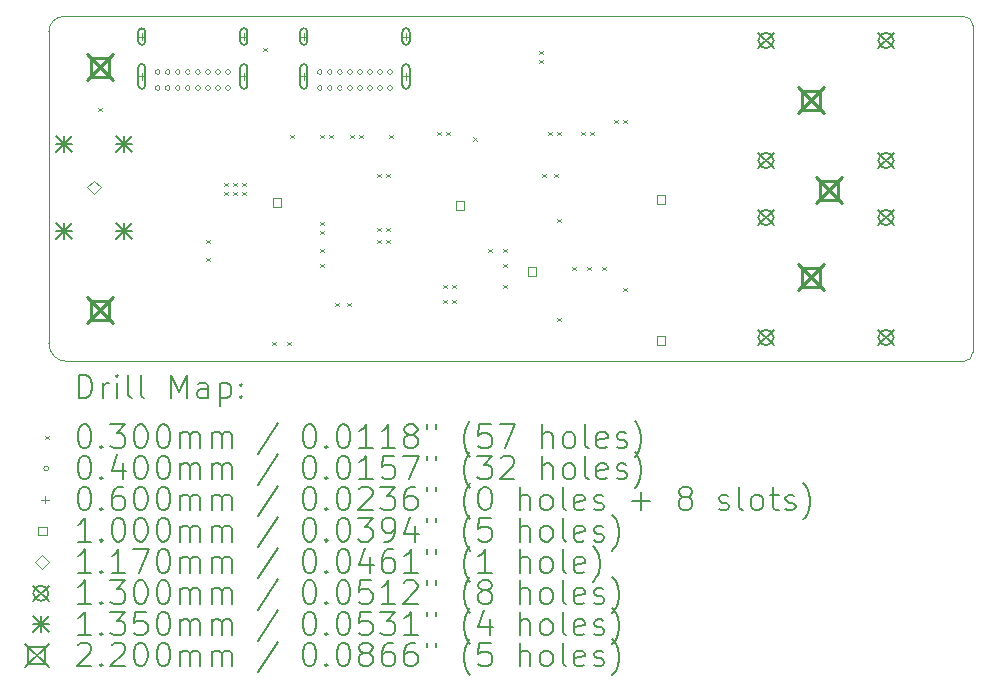
<source format=gbr>
%TF.GenerationSoftware,KiCad,Pcbnew,(6.0.9-0)*%
%TF.CreationDate,2023-02-01T14:55:19-05:00*%
%TF.ProjectId,beach_bod_02,62656163-685f-4626-9f64-5f30322e6b69,rev?*%
%TF.SameCoordinates,Original*%
%TF.FileFunction,Drillmap*%
%TF.FilePolarity,Positive*%
%FSLAX45Y45*%
G04 Gerber Fmt 4.5, Leading zero omitted, Abs format (unit mm)*
G04 Created by KiCad (PCBNEW (6.0.9-0)) date 2023-02-01 14:55:19*
%MOMM*%
%LPD*%
G01*
G04 APERTURE LIST*
%ADD10C,0.050000*%
%ADD11C,0.200000*%
%ADD12C,0.030000*%
%ADD13C,0.040000*%
%ADD14C,0.060000*%
%ADD15C,0.100000*%
%ADD16C,0.117000*%
%ADD17C,0.130000*%
%ADD18C,0.135000*%
%ADD19C,0.220000*%
G04 APERTURE END LIST*
D10*
X9753600Y-7442200D02*
X17373600Y-7442200D01*
X17449800Y-7518400D02*
X17449800Y-10287000D01*
X9753600Y-7442200D02*
G75*
G03*
X9626600Y-7569200I0J-127000D01*
G01*
X17373600Y-10363200D02*
X9779000Y-10363200D01*
X17373600Y-10363200D02*
G75*
G03*
X17449800Y-10287000I0J76200D01*
G01*
X9626600Y-10210800D02*
G75*
G03*
X9779000Y-10363200I152400J0D01*
G01*
X17449800Y-7518400D02*
G75*
G03*
X17373600Y-7442200I-76200J0D01*
G01*
X9626600Y-7569200D02*
X9626600Y-10210800D01*
D11*
D12*
X10043400Y-8214600D02*
X10073400Y-8244600D01*
X10073400Y-8214600D02*
X10043400Y-8244600D01*
X10957800Y-9332200D02*
X10987800Y-9362200D01*
X10987800Y-9332200D02*
X10957800Y-9362200D01*
X10957800Y-9484600D02*
X10987800Y-9514600D01*
X10987800Y-9484600D02*
X10957800Y-9514600D01*
X11110200Y-8849600D02*
X11140200Y-8879600D01*
X11140200Y-8849600D02*
X11110200Y-8879600D01*
X11110200Y-8925800D02*
X11140200Y-8955800D01*
X11140200Y-8925800D02*
X11110200Y-8955800D01*
X11186400Y-8849600D02*
X11216400Y-8879600D01*
X11216400Y-8849600D02*
X11186400Y-8879600D01*
X11186400Y-8925800D02*
X11216400Y-8955800D01*
X11216400Y-8925800D02*
X11186400Y-8955800D01*
X11262600Y-8849600D02*
X11292600Y-8879600D01*
X11292600Y-8849600D02*
X11262600Y-8879600D01*
X11262600Y-8925800D02*
X11292600Y-8955800D01*
X11292600Y-8925800D02*
X11262600Y-8955800D01*
X11440400Y-7706600D02*
X11470400Y-7736600D01*
X11470400Y-7706600D02*
X11440400Y-7736600D01*
X11516600Y-10195800D02*
X11546600Y-10225800D01*
X11546600Y-10195800D02*
X11516600Y-10225800D01*
X11643600Y-10195800D02*
X11673600Y-10225800D01*
X11673600Y-10195800D02*
X11643600Y-10225800D01*
X11669000Y-8443200D02*
X11699000Y-8473200D01*
X11699000Y-8443200D02*
X11669000Y-8473200D01*
X11923000Y-8443200D02*
X11953000Y-8473200D01*
X11953000Y-8443200D02*
X11923000Y-8473200D01*
X11923000Y-9179800D02*
X11953000Y-9209800D01*
X11953000Y-9179800D02*
X11923000Y-9209800D01*
X11923000Y-9256000D02*
X11953000Y-9286000D01*
X11953000Y-9256000D02*
X11923000Y-9286000D01*
X11923000Y-9408400D02*
X11953000Y-9438400D01*
X11953000Y-9408400D02*
X11923000Y-9438400D01*
X11923000Y-9535400D02*
X11953000Y-9565400D01*
X11953000Y-9535400D02*
X11923000Y-9565400D01*
X11999200Y-8443200D02*
X12029200Y-8473200D01*
X12029200Y-8443200D02*
X11999200Y-8473200D01*
X12050000Y-9865600D02*
X12080000Y-9895600D01*
X12080000Y-9865600D02*
X12050000Y-9895600D01*
X12151600Y-9865600D02*
X12181600Y-9895600D01*
X12181600Y-9865600D02*
X12151600Y-9895600D01*
X12177000Y-8443200D02*
X12207000Y-8473200D01*
X12207000Y-8443200D02*
X12177000Y-8473200D01*
X12253200Y-8443200D02*
X12283200Y-8473200D01*
X12283200Y-8443200D02*
X12253200Y-8473200D01*
X12405600Y-8773400D02*
X12435600Y-8803400D01*
X12435600Y-8773400D02*
X12405600Y-8803400D01*
X12405600Y-9230600D02*
X12435600Y-9260600D01*
X12435600Y-9230600D02*
X12405600Y-9260600D01*
X12405600Y-9332200D02*
X12435600Y-9362200D01*
X12435600Y-9332200D02*
X12405600Y-9362200D01*
X12481800Y-8773400D02*
X12511800Y-8803400D01*
X12511800Y-8773400D02*
X12481800Y-8803400D01*
X12481800Y-9230600D02*
X12511800Y-9260600D01*
X12511800Y-9230600D02*
X12481800Y-9260600D01*
X12481800Y-9332200D02*
X12511800Y-9362200D01*
X12511800Y-9332200D02*
X12481800Y-9362200D01*
X12507200Y-8443200D02*
X12537200Y-8473200D01*
X12537200Y-8443200D02*
X12507200Y-8473200D01*
X12913600Y-8417800D02*
X12943600Y-8447800D01*
X12943600Y-8417800D02*
X12913600Y-8447800D01*
X12964400Y-9713200D02*
X12994400Y-9743200D01*
X12994400Y-9713200D02*
X12964400Y-9743200D01*
X12964400Y-9840200D02*
X12994400Y-9870200D01*
X12994400Y-9840200D02*
X12964400Y-9870200D01*
X12989800Y-8417800D02*
X13019800Y-8447800D01*
X13019800Y-8417800D02*
X12989800Y-8447800D01*
X13040600Y-9713200D02*
X13070600Y-9743200D01*
X13070600Y-9713200D02*
X13040600Y-9743200D01*
X13040600Y-9840200D02*
X13070600Y-9870200D01*
X13070600Y-9840200D02*
X13040600Y-9870200D01*
X13218400Y-8464750D02*
X13248400Y-8494750D01*
X13248400Y-8464750D02*
X13218400Y-8494750D01*
X13345400Y-9408400D02*
X13375400Y-9438400D01*
X13375400Y-9408400D02*
X13345400Y-9438400D01*
X13472400Y-9408400D02*
X13502400Y-9438400D01*
X13502400Y-9408400D02*
X13472400Y-9438400D01*
X13472400Y-9535400D02*
X13502400Y-9565400D01*
X13502400Y-9535400D02*
X13472400Y-9565400D01*
X13472400Y-9713200D02*
X13502400Y-9743200D01*
X13502400Y-9713200D02*
X13472400Y-9743200D01*
X13777200Y-7732000D02*
X13807200Y-7762000D01*
X13807200Y-7732000D02*
X13777200Y-7762000D01*
X13777200Y-7808200D02*
X13807200Y-7838200D01*
X13807200Y-7808200D02*
X13777200Y-7838200D01*
X13802600Y-8773400D02*
X13832600Y-8803400D01*
X13832600Y-8773400D02*
X13802600Y-8803400D01*
X13853400Y-8417800D02*
X13883400Y-8447800D01*
X13883400Y-8417800D02*
X13853400Y-8447800D01*
X13904200Y-8773400D02*
X13934200Y-8803400D01*
X13934200Y-8773400D02*
X13904200Y-8803400D01*
X13929600Y-8417800D02*
X13959600Y-8447800D01*
X13959600Y-8417800D02*
X13929600Y-8447800D01*
X13929600Y-9154400D02*
X13959600Y-9184400D01*
X13959600Y-9154400D02*
X13929600Y-9184400D01*
X13929600Y-9992600D02*
X13959600Y-10022600D01*
X13959600Y-9992600D02*
X13929600Y-10022600D01*
X14056600Y-9560800D02*
X14086600Y-9590800D01*
X14086600Y-9560800D02*
X14056600Y-9590800D01*
X14132800Y-8417800D02*
X14162800Y-8447800D01*
X14162800Y-8417800D02*
X14132800Y-8447800D01*
X14183600Y-9560800D02*
X14213600Y-9590800D01*
X14213600Y-9560800D02*
X14183600Y-9590800D01*
X14209000Y-8417800D02*
X14239000Y-8447800D01*
X14239000Y-8417800D02*
X14209000Y-8447800D01*
X14310600Y-9560800D02*
X14340600Y-9590800D01*
X14340600Y-9560800D02*
X14310600Y-9590800D01*
X14412200Y-8316200D02*
X14442200Y-8346200D01*
X14442200Y-8316200D02*
X14412200Y-8346200D01*
X14488400Y-8316200D02*
X14518400Y-8346200D01*
X14518400Y-8316200D02*
X14488400Y-8346200D01*
X14488400Y-9738600D02*
X14518400Y-9768600D01*
X14518400Y-9738600D02*
X14488400Y-9768600D01*
D13*
X10568300Y-7912900D02*
G75*
G03*
X10568300Y-7912900I-20000J0D01*
G01*
X10568300Y-8047900D02*
G75*
G03*
X10568300Y-8047900I-20000J0D01*
G01*
X10653300Y-7912900D02*
G75*
G03*
X10653300Y-7912900I-20000J0D01*
G01*
X10653300Y-8047900D02*
G75*
G03*
X10653300Y-8047900I-20000J0D01*
G01*
X10738300Y-7912900D02*
G75*
G03*
X10738300Y-7912900I-20000J0D01*
G01*
X10738300Y-8047900D02*
G75*
G03*
X10738300Y-8047900I-20000J0D01*
G01*
X10823300Y-7912900D02*
G75*
G03*
X10823300Y-7912900I-20000J0D01*
G01*
X10823300Y-8047900D02*
G75*
G03*
X10823300Y-8047900I-20000J0D01*
G01*
X10908300Y-7912900D02*
G75*
G03*
X10908300Y-7912900I-20000J0D01*
G01*
X10908300Y-8047900D02*
G75*
G03*
X10908300Y-8047900I-20000J0D01*
G01*
X10993300Y-7912900D02*
G75*
G03*
X10993300Y-7912900I-20000J0D01*
G01*
X10993300Y-8047900D02*
G75*
G03*
X10993300Y-8047900I-20000J0D01*
G01*
X11078300Y-7912900D02*
G75*
G03*
X11078300Y-7912900I-20000J0D01*
G01*
X11078300Y-8047900D02*
G75*
G03*
X11078300Y-8047900I-20000J0D01*
G01*
X11163300Y-7912900D02*
G75*
G03*
X11163300Y-7912900I-20000J0D01*
G01*
X11163300Y-8047900D02*
G75*
G03*
X11163300Y-8047900I-20000J0D01*
G01*
X11940400Y-7912900D02*
G75*
G03*
X11940400Y-7912900I-20000J0D01*
G01*
X11940400Y-8047900D02*
G75*
G03*
X11940400Y-8047900I-20000J0D01*
G01*
X12025400Y-7912900D02*
G75*
G03*
X12025400Y-7912900I-20000J0D01*
G01*
X12025400Y-8047900D02*
G75*
G03*
X12025400Y-8047900I-20000J0D01*
G01*
X12110400Y-7912900D02*
G75*
G03*
X12110400Y-7912900I-20000J0D01*
G01*
X12110400Y-8047900D02*
G75*
G03*
X12110400Y-8047900I-20000J0D01*
G01*
X12195400Y-7912900D02*
G75*
G03*
X12195400Y-7912900I-20000J0D01*
G01*
X12195400Y-8047900D02*
G75*
G03*
X12195400Y-8047900I-20000J0D01*
G01*
X12280400Y-7912900D02*
G75*
G03*
X12280400Y-7912900I-20000J0D01*
G01*
X12280400Y-8047900D02*
G75*
G03*
X12280400Y-8047900I-20000J0D01*
G01*
X12365400Y-7912900D02*
G75*
G03*
X12365400Y-7912900I-20000J0D01*
G01*
X12365400Y-8047900D02*
G75*
G03*
X12365400Y-8047900I-20000J0D01*
G01*
X12450400Y-7912900D02*
G75*
G03*
X12450400Y-7912900I-20000J0D01*
G01*
X12450400Y-8047900D02*
G75*
G03*
X12450400Y-8047900I-20000J0D01*
G01*
X12535400Y-7912900D02*
G75*
G03*
X12535400Y-7912900I-20000J0D01*
G01*
X12535400Y-8047900D02*
G75*
G03*
X12535400Y-8047900I-20000J0D01*
G01*
D14*
X10413300Y-7581900D02*
X10413300Y-7641900D01*
X10383300Y-7611900D02*
X10443300Y-7611900D01*
D11*
X10443300Y-7651900D02*
X10443300Y-7571900D01*
X10383300Y-7651900D02*
X10383300Y-7571900D01*
X10443300Y-7571900D02*
G75*
G03*
X10383300Y-7571900I-30000J0D01*
G01*
X10383300Y-7651900D02*
G75*
G03*
X10443300Y-7651900I30000J0D01*
G01*
D14*
X10413300Y-7919900D02*
X10413300Y-7979900D01*
X10383300Y-7949900D02*
X10443300Y-7949900D01*
D11*
X10443300Y-8024900D02*
X10443300Y-7874900D01*
X10383300Y-8024900D02*
X10383300Y-7874900D01*
X10443300Y-7874900D02*
G75*
G03*
X10383300Y-7874900I-30000J0D01*
G01*
X10383300Y-8024900D02*
G75*
G03*
X10443300Y-8024900I30000J0D01*
G01*
D14*
X11278300Y-7581900D02*
X11278300Y-7641900D01*
X11248300Y-7611900D02*
X11308300Y-7611900D01*
D11*
X11308300Y-7651900D02*
X11308300Y-7571900D01*
X11248300Y-7651900D02*
X11248300Y-7571900D01*
X11308300Y-7571900D02*
G75*
G03*
X11248300Y-7571900I-30000J0D01*
G01*
X11248300Y-7651900D02*
G75*
G03*
X11308300Y-7651900I30000J0D01*
G01*
D14*
X11278300Y-7919900D02*
X11278300Y-7979900D01*
X11248300Y-7949900D02*
X11308300Y-7949900D01*
D11*
X11308300Y-8024900D02*
X11308300Y-7874900D01*
X11248300Y-8024900D02*
X11248300Y-7874900D01*
X11308300Y-7874900D02*
G75*
G03*
X11248300Y-7874900I-30000J0D01*
G01*
X11248300Y-8024900D02*
G75*
G03*
X11308300Y-8024900I30000J0D01*
G01*
D14*
X11785400Y-7581900D02*
X11785400Y-7641900D01*
X11755400Y-7611900D02*
X11815400Y-7611900D01*
D11*
X11815400Y-7651900D02*
X11815400Y-7571900D01*
X11755400Y-7651900D02*
X11755400Y-7571900D01*
X11815400Y-7571900D02*
G75*
G03*
X11755400Y-7571900I-30000J0D01*
G01*
X11755400Y-7651900D02*
G75*
G03*
X11815400Y-7651900I30000J0D01*
G01*
D14*
X11785400Y-7919900D02*
X11785400Y-7979900D01*
X11755400Y-7949900D02*
X11815400Y-7949900D01*
D11*
X11815400Y-8024900D02*
X11815400Y-7874900D01*
X11755400Y-8024900D02*
X11755400Y-7874900D01*
X11815400Y-7874900D02*
G75*
G03*
X11755400Y-7874900I-30000J0D01*
G01*
X11755400Y-8024900D02*
G75*
G03*
X11815400Y-8024900I30000J0D01*
G01*
D14*
X12650400Y-7581900D02*
X12650400Y-7641900D01*
X12620400Y-7611900D02*
X12680400Y-7611900D01*
D11*
X12680400Y-7651900D02*
X12680400Y-7571900D01*
X12620400Y-7651900D02*
X12620400Y-7571900D01*
X12680400Y-7571900D02*
G75*
G03*
X12620400Y-7571900I-30000J0D01*
G01*
X12620400Y-7651900D02*
G75*
G03*
X12680400Y-7651900I30000J0D01*
G01*
D14*
X12650400Y-7919900D02*
X12650400Y-7979900D01*
X12620400Y-7949900D02*
X12680400Y-7949900D01*
D11*
X12680400Y-8024900D02*
X12680400Y-7874900D01*
X12620400Y-8024900D02*
X12620400Y-7874900D01*
X12680400Y-7874900D02*
G75*
G03*
X12620400Y-7874900I-30000J0D01*
G01*
X12620400Y-8024900D02*
G75*
G03*
X12680400Y-8024900I30000J0D01*
G01*
D15*
X11592356Y-9052356D02*
X11592356Y-8981644D01*
X11521644Y-8981644D01*
X11521644Y-9052356D01*
X11592356Y-9052356D01*
X13141756Y-9077756D02*
X13141756Y-9007044D01*
X13071044Y-9007044D01*
X13071044Y-9077756D01*
X13141756Y-9077756D01*
X13751356Y-9636556D02*
X13751356Y-9565844D01*
X13680644Y-9565844D01*
X13680644Y-9636556D01*
X13751356Y-9636556D01*
X14843556Y-9026956D02*
X14843556Y-8956244D01*
X14772844Y-8956244D01*
X14772844Y-9026956D01*
X14843556Y-9026956D01*
X14843556Y-10220756D02*
X14843556Y-10150044D01*
X14772844Y-10150044D01*
X14772844Y-10220756D01*
X14843556Y-10220756D01*
D16*
X10007600Y-8948500D02*
X10066100Y-8890000D01*
X10007600Y-8831500D01*
X9949100Y-8890000D01*
X10007600Y-8948500D01*
D17*
X15633200Y-7580400D02*
X15763200Y-7710400D01*
X15763200Y-7580400D02*
X15633200Y-7710400D01*
X15763200Y-7645400D02*
G75*
G03*
X15763200Y-7645400I-65000J0D01*
G01*
X15633200Y-8596400D02*
X15763200Y-8726400D01*
X15763200Y-8596400D02*
X15633200Y-8726400D01*
X15763200Y-8661400D02*
G75*
G03*
X15763200Y-8661400I-65000J0D01*
G01*
X15633200Y-9079000D02*
X15763200Y-9209000D01*
X15763200Y-9079000D02*
X15633200Y-9209000D01*
X15763200Y-9144000D02*
G75*
G03*
X15763200Y-9144000I-65000J0D01*
G01*
X15633200Y-10095000D02*
X15763200Y-10225000D01*
X15763200Y-10095000D02*
X15633200Y-10225000D01*
X15763200Y-10160000D02*
G75*
G03*
X15763200Y-10160000I-65000J0D01*
G01*
X16649200Y-7580400D02*
X16779200Y-7710400D01*
X16779200Y-7580400D02*
X16649200Y-7710400D01*
X16779200Y-7645400D02*
G75*
G03*
X16779200Y-7645400I-65000J0D01*
G01*
X16649200Y-8596400D02*
X16779200Y-8726400D01*
X16779200Y-8596400D02*
X16649200Y-8726400D01*
X16779200Y-8661400D02*
G75*
G03*
X16779200Y-8661400I-65000J0D01*
G01*
X16649200Y-9079000D02*
X16779200Y-9209000D01*
X16779200Y-9079000D02*
X16649200Y-9209000D01*
X16779200Y-9144000D02*
G75*
G03*
X16779200Y-9144000I-65000J0D01*
G01*
X16649200Y-10095000D02*
X16779200Y-10225000D01*
X16779200Y-10095000D02*
X16649200Y-10225000D01*
X16779200Y-10160000D02*
G75*
G03*
X16779200Y-10160000I-65000J0D01*
G01*
D18*
X9686100Y-8452500D02*
X9821100Y-8587500D01*
X9821100Y-8452500D02*
X9686100Y-8587500D01*
X9753600Y-8452500D02*
X9753600Y-8587500D01*
X9686100Y-8520000D02*
X9821100Y-8520000D01*
X9686100Y-9192500D02*
X9821100Y-9327500D01*
X9821100Y-9192500D02*
X9686100Y-9327500D01*
X9753600Y-9192500D02*
X9753600Y-9327500D01*
X9686100Y-9260000D02*
X9821100Y-9260000D01*
X10194100Y-8452500D02*
X10329100Y-8587500D01*
X10329100Y-8452500D02*
X10194100Y-8587500D01*
X10261600Y-8452500D02*
X10261600Y-8587500D01*
X10194100Y-8520000D02*
X10329100Y-8520000D01*
X10194100Y-9192500D02*
X10329100Y-9327500D01*
X10329100Y-9192500D02*
X10194100Y-9327500D01*
X10261600Y-9192500D02*
X10261600Y-9327500D01*
X10194100Y-9260000D02*
X10329100Y-9260000D01*
D19*
X9948400Y-7764000D02*
X10168400Y-7984000D01*
X10168400Y-7764000D02*
X9948400Y-7984000D01*
X10136183Y-7951782D02*
X10136183Y-7796217D01*
X9980618Y-7796217D01*
X9980618Y-7951782D01*
X10136183Y-7951782D01*
X9948400Y-9821400D02*
X10168400Y-10041400D01*
X10168400Y-9821400D02*
X9948400Y-10041400D01*
X10136183Y-10009183D02*
X10136183Y-9853618D01*
X9980618Y-9853618D01*
X9980618Y-10009183D01*
X10136183Y-10009183D01*
X15968200Y-8043400D02*
X16188200Y-8263400D01*
X16188200Y-8043400D02*
X15968200Y-8263400D01*
X16155982Y-8231182D02*
X16155982Y-8075617D01*
X16000417Y-8075617D01*
X16000417Y-8231182D01*
X16155982Y-8231182D01*
X15968200Y-9542000D02*
X16188200Y-9762000D01*
X16188200Y-9542000D02*
X15968200Y-9762000D01*
X16155982Y-9729783D02*
X16155982Y-9574218D01*
X16000417Y-9574218D01*
X16000417Y-9729783D01*
X16155982Y-9729783D01*
X16120600Y-8805400D02*
X16340600Y-9025400D01*
X16340600Y-8805400D02*
X16120600Y-9025400D01*
X16308382Y-8993183D02*
X16308382Y-8837618D01*
X16152817Y-8837618D01*
X16152817Y-8993183D01*
X16308382Y-8993183D01*
D11*
X9881719Y-10676176D02*
X9881719Y-10476176D01*
X9929338Y-10476176D01*
X9957910Y-10485700D01*
X9976957Y-10504748D01*
X9986481Y-10523795D01*
X9996005Y-10561890D01*
X9996005Y-10590462D01*
X9986481Y-10628557D01*
X9976957Y-10647605D01*
X9957910Y-10666652D01*
X9929338Y-10676176D01*
X9881719Y-10676176D01*
X10081719Y-10676176D02*
X10081719Y-10542843D01*
X10081719Y-10580938D02*
X10091243Y-10561890D01*
X10100767Y-10552367D01*
X10119814Y-10542843D01*
X10138862Y-10542843D01*
X10205529Y-10676176D02*
X10205529Y-10542843D01*
X10205529Y-10476176D02*
X10196005Y-10485700D01*
X10205529Y-10495224D01*
X10215052Y-10485700D01*
X10205529Y-10476176D01*
X10205529Y-10495224D01*
X10329338Y-10676176D02*
X10310290Y-10666652D01*
X10300767Y-10647605D01*
X10300767Y-10476176D01*
X10434100Y-10676176D02*
X10415052Y-10666652D01*
X10405529Y-10647605D01*
X10405529Y-10476176D01*
X10662671Y-10676176D02*
X10662671Y-10476176D01*
X10729338Y-10619033D01*
X10796005Y-10476176D01*
X10796005Y-10676176D01*
X10976957Y-10676176D02*
X10976957Y-10571414D01*
X10967433Y-10552367D01*
X10948386Y-10542843D01*
X10910290Y-10542843D01*
X10891243Y-10552367D01*
X10976957Y-10666652D02*
X10957910Y-10676176D01*
X10910290Y-10676176D01*
X10891243Y-10666652D01*
X10881719Y-10647605D01*
X10881719Y-10628557D01*
X10891243Y-10609510D01*
X10910290Y-10599986D01*
X10957910Y-10599986D01*
X10976957Y-10590462D01*
X11072195Y-10542843D02*
X11072195Y-10742843D01*
X11072195Y-10552367D02*
X11091243Y-10542843D01*
X11129338Y-10542843D01*
X11148386Y-10552367D01*
X11157910Y-10561890D01*
X11167433Y-10580938D01*
X11167433Y-10638081D01*
X11157910Y-10657129D01*
X11148386Y-10666652D01*
X11129338Y-10676176D01*
X11091243Y-10676176D01*
X11072195Y-10666652D01*
X11253148Y-10657129D02*
X11262671Y-10666652D01*
X11253148Y-10676176D01*
X11243624Y-10666652D01*
X11253148Y-10657129D01*
X11253148Y-10676176D01*
X11253148Y-10552367D02*
X11262671Y-10561890D01*
X11253148Y-10571414D01*
X11243624Y-10561890D01*
X11253148Y-10552367D01*
X11253148Y-10571414D01*
D12*
X9594100Y-10990700D02*
X9624100Y-11020700D01*
X9624100Y-10990700D02*
X9594100Y-11020700D01*
D11*
X9919814Y-10896176D02*
X9938862Y-10896176D01*
X9957910Y-10905700D01*
X9967433Y-10915224D01*
X9976957Y-10934271D01*
X9986481Y-10972367D01*
X9986481Y-11019986D01*
X9976957Y-11058081D01*
X9967433Y-11077129D01*
X9957910Y-11086652D01*
X9938862Y-11096176D01*
X9919814Y-11096176D01*
X9900767Y-11086652D01*
X9891243Y-11077129D01*
X9881719Y-11058081D01*
X9872195Y-11019986D01*
X9872195Y-10972367D01*
X9881719Y-10934271D01*
X9891243Y-10915224D01*
X9900767Y-10905700D01*
X9919814Y-10896176D01*
X10072195Y-11077129D02*
X10081719Y-11086652D01*
X10072195Y-11096176D01*
X10062671Y-11086652D01*
X10072195Y-11077129D01*
X10072195Y-11096176D01*
X10148386Y-10896176D02*
X10272195Y-10896176D01*
X10205529Y-10972367D01*
X10234100Y-10972367D01*
X10253148Y-10981890D01*
X10262671Y-10991414D01*
X10272195Y-11010462D01*
X10272195Y-11058081D01*
X10262671Y-11077129D01*
X10253148Y-11086652D01*
X10234100Y-11096176D01*
X10176957Y-11096176D01*
X10157910Y-11086652D01*
X10148386Y-11077129D01*
X10396005Y-10896176D02*
X10415052Y-10896176D01*
X10434100Y-10905700D01*
X10443624Y-10915224D01*
X10453148Y-10934271D01*
X10462671Y-10972367D01*
X10462671Y-11019986D01*
X10453148Y-11058081D01*
X10443624Y-11077129D01*
X10434100Y-11086652D01*
X10415052Y-11096176D01*
X10396005Y-11096176D01*
X10376957Y-11086652D01*
X10367433Y-11077129D01*
X10357910Y-11058081D01*
X10348386Y-11019986D01*
X10348386Y-10972367D01*
X10357910Y-10934271D01*
X10367433Y-10915224D01*
X10376957Y-10905700D01*
X10396005Y-10896176D01*
X10586481Y-10896176D02*
X10605529Y-10896176D01*
X10624576Y-10905700D01*
X10634100Y-10915224D01*
X10643624Y-10934271D01*
X10653148Y-10972367D01*
X10653148Y-11019986D01*
X10643624Y-11058081D01*
X10634100Y-11077129D01*
X10624576Y-11086652D01*
X10605529Y-11096176D01*
X10586481Y-11096176D01*
X10567433Y-11086652D01*
X10557910Y-11077129D01*
X10548386Y-11058081D01*
X10538862Y-11019986D01*
X10538862Y-10972367D01*
X10548386Y-10934271D01*
X10557910Y-10915224D01*
X10567433Y-10905700D01*
X10586481Y-10896176D01*
X10738862Y-11096176D02*
X10738862Y-10962843D01*
X10738862Y-10981890D02*
X10748386Y-10972367D01*
X10767433Y-10962843D01*
X10796005Y-10962843D01*
X10815052Y-10972367D01*
X10824576Y-10991414D01*
X10824576Y-11096176D01*
X10824576Y-10991414D02*
X10834100Y-10972367D01*
X10853148Y-10962843D01*
X10881719Y-10962843D01*
X10900767Y-10972367D01*
X10910290Y-10991414D01*
X10910290Y-11096176D01*
X11005529Y-11096176D02*
X11005529Y-10962843D01*
X11005529Y-10981890D02*
X11015052Y-10972367D01*
X11034100Y-10962843D01*
X11062671Y-10962843D01*
X11081719Y-10972367D01*
X11091243Y-10991414D01*
X11091243Y-11096176D01*
X11091243Y-10991414D02*
X11100767Y-10972367D01*
X11119814Y-10962843D01*
X11148386Y-10962843D01*
X11167433Y-10972367D01*
X11176957Y-10991414D01*
X11176957Y-11096176D01*
X11567433Y-10886652D02*
X11396005Y-11143795D01*
X11824576Y-10896176D02*
X11843624Y-10896176D01*
X11862671Y-10905700D01*
X11872195Y-10915224D01*
X11881719Y-10934271D01*
X11891243Y-10972367D01*
X11891243Y-11019986D01*
X11881719Y-11058081D01*
X11872195Y-11077129D01*
X11862671Y-11086652D01*
X11843624Y-11096176D01*
X11824576Y-11096176D01*
X11805528Y-11086652D01*
X11796005Y-11077129D01*
X11786481Y-11058081D01*
X11776957Y-11019986D01*
X11776957Y-10972367D01*
X11786481Y-10934271D01*
X11796005Y-10915224D01*
X11805528Y-10905700D01*
X11824576Y-10896176D01*
X11976957Y-11077129D02*
X11986481Y-11086652D01*
X11976957Y-11096176D01*
X11967433Y-11086652D01*
X11976957Y-11077129D01*
X11976957Y-11096176D01*
X12110290Y-10896176D02*
X12129338Y-10896176D01*
X12148386Y-10905700D01*
X12157909Y-10915224D01*
X12167433Y-10934271D01*
X12176957Y-10972367D01*
X12176957Y-11019986D01*
X12167433Y-11058081D01*
X12157909Y-11077129D01*
X12148386Y-11086652D01*
X12129338Y-11096176D01*
X12110290Y-11096176D01*
X12091243Y-11086652D01*
X12081719Y-11077129D01*
X12072195Y-11058081D01*
X12062671Y-11019986D01*
X12062671Y-10972367D01*
X12072195Y-10934271D01*
X12081719Y-10915224D01*
X12091243Y-10905700D01*
X12110290Y-10896176D01*
X12367433Y-11096176D02*
X12253148Y-11096176D01*
X12310290Y-11096176D02*
X12310290Y-10896176D01*
X12291243Y-10924748D01*
X12272195Y-10943795D01*
X12253148Y-10953319D01*
X12557909Y-11096176D02*
X12443624Y-11096176D01*
X12500767Y-11096176D02*
X12500767Y-10896176D01*
X12481719Y-10924748D01*
X12462671Y-10943795D01*
X12443624Y-10953319D01*
X12672195Y-10981890D02*
X12653148Y-10972367D01*
X12643624Y-10962843D01*
X12634100Y-10943795D01*
X12634100Y-10934271D01*
X12643624Y-10915224D01*
X12653148Y-10905700D01*
X12672195Y-10896176D01*
X12710290Y-10896176D01*
X12729338Y-10905700D01*
X12738862Y-10915224D01*
X12748386Y-10934271D01*
X12748386Y-10943795D01*
X12738862Y-10962843D01*
X12729338Y-10972367D01*
X12710290Y-10981890D01*
X12672195Y-10981890D01*
X12653148Y-10991414D01*
X12643624Y-11000938D01*
X12634100Y-11019986D01*
X12634100Y-11058081D01*
X12643624Y-11077129D01*
X12653148Y-11086652D01*
X12672195Y-11096176D01*
X12710290Y-11096176D01*
X12729338Y-11086652D01*
X12738862Y-11077129D01*
X12748386Y-11058081D01*
X12748386Y-11019986D01*
X12738862Y-11000938D01*
X12729338Y-10991414D01*
X12710290Y-10981890D01*
X12824576Y-10896176D02*
X12824576Y-10934271D01*
X12900767Y-10896176D02*
X12900767Y-10934271D01*
X13196005Y-11172367D02*
X13186481Y-11162843D01*
X13167433Y-11134271D01*
X13157909Y-11115224D01*
X13148386Y-11086652D01*
X13138862Y-11039033D01*
X13138862Y-11000938D01*
X13148386Y-10953319D01*
X13157909Y-10924748D01*
X13167433Y-10905700D01*
X13186481Y-10877129D01*
X13196005Y-10867605D01*
X13367433Y-10896176D02*
X13272195Y-10896176D01*
X13262671Y-10991414D01*
X13272195Y-10981890D01*
X13291243Y-10972367D01*
X13338862Y-10972367D01*
X13357909Y-10981890D01*
X13367433Y-10991414D01*
X13376957Y-11010462D01*
X13376957Y-11058081D01*
X13367433Y-11077129D01*
X13357909Y-11086652D01*
X13338862Y-11096176D01*
X13291243Y-11096176D01*
X13272195Y-11086652D01*
X13262671Y-11077129D01*
X13443624Y-10896176D02*
X13576957Y-10896176D01*
X13491243Y-11096176D01*
X13805528Y-11096176D02*
X13805528Y-10896176D01*
X13891243Y-11096176D02*
X13891243Y-10991414D01*
X13881719Y-10972367D01*
X13862671Y-10962843D01*
X13834100Y-10962843D01*
X13815052Y-10972367D01*
X13805528Y-10981890D01*
X14015052Y-11096176D02*
X13996005Y-11086652D01*
X13986481Y-11077129D01*
X13976957Y-11058081D01*
X13976957Y-11000938D01*
X13986481Y-10981890D01*
X13996005Y-10972367D01*
X14015052Y-10962843D01*
X14043624Y-10962843D01*
X14062671Y-10972367D01*
X14072195Y-10981890D01*
X14081719Y-11000938D01*
X14081719Y-11058081D01*
X14072195Y-11077129D01*
X14062671Y-11086652D01*
X14043624Y-11096176D01*
X14015052Y-11096176D01*
X14196005Y-11096176D02*
X14176957Y-11086652D01*
X14167433Y-11067605D01*
X14167433Y-10896176D01*
X14348386Y-11086652D02*
X14329338Y-11096176D01*
X14291243Y-11096176D01*
X14272195Y-11086652D01*
X14262671Y-11067605D01*
X14262671Y-10991414D01*
X14272195Y-10972367D01*
X14291243Y-10962843D01*
X14329338Y-10962843D01*
X14348386Y-10972367D01*
X14357909Y-10991414D01*
X14357909Y-11010462D01*
X14262671Y-11029510D01*
X14434100Y-11086652D02*
X14453148Y-11096176D01*
X14491243Y-11096176D01*
X14510290Y-11086652D01*
X14519814Y-11067605D01*
X14519814Y-11058081D01*
X14510290Y-11039033D01*
X14491243Y-11029510D01*
X14462671Y-11029510D01*
X14443624Y-11019986D01*
X14434100Y-11000938D01*
X14434100Y-10991414D01*
X14443624Y-10972367D01*
X14462671Y-10962843D01*
X14491243Y-10962843D01*
X14510290Y-10972367D01*
X14586481Y-11172367D02*
X14596005Y-11162843D01*
X14615052Y-11134271D01*
X14624576Y-11115224D01*
X14634100Y-11086652D01*
X14643624Y-11039033D01*
X14643624Y-11000938D01*
X14634100Y-10953319D01*
X14624576Y-10924748D01*
X14615052Y-10905700D01*
X14596005Y-10877129D01*
X14586481Y-10867605D01*
D13*
X9624100Y-11269700D02*
G75*
G03*
X9624100Y-11269700I-20000J0D01*
G01*
D11*
X9919814Y-11160176D02*
X9938862Y-11160176D01*
X9957910Y-11169700D01*
X9967433Y-11179224D01*
X9976957Y-11198271D01*
X9986481Y-11236367D01*
X9986481Y-11283986D01*
X9976957Y-11322081D01*
X9967433Y-11341128D01*
X9957910Y-11350652D01*
X9938862Y-11360176D01*
X9919814Y-11360176D01*
X9900767Y-11350652D01*
X9891243Y-11341128D01*
X9881719Y-11322081D01*
X9872195Y-11283986D01*
X9872195Y-11236367D01*
X9881719Y-11198271D01*
X9891243Y-11179224D01*
X9900767Y-11169700D01*
X9919814Y-11160176D01*
X10072195Y-11341128D02*
X10081719Y-11350652D01*
X10072195Y-11360176D01*
X10062671Y-11350652D01*
X10072195Y-11341128D01*
X10072195Y-11360176D01*
X10253148Y-11226843D02*
X10253148Y-11360176D01*
X10205529Y-11150652D02*
X10157910Y-11293509D01*
X10281719Y-11293509D01*
X10396005Y-11160176D02*
X10415052Y-11160176D01*
X10434100Y-11169700D01*
X10443624Y-11179224D01*
X10453148Y-11198271D01*
X10462671Y-11236367D01*
X10462671Y-11283986D01*
X10453148Y-11322081D01*
X10443624Y-11341128D01*
X10434100Y-11350652D01*
X10415052Y-11360176D01*
X10396005Y-11360176D01*
X10376957Y-11350652D01*
X10367433Y-11341128D01*
X10357910Y-11322081D01*
X10348386Y-11283986D01*
X10348386Y-11236367D01*
X10357910Y-11198271D01*
X10367433Y-11179224D01*
X10376957Y-11169700D01*
X10396005Y-11160176D01*
X10586481Y-11160176D02*
X10605529Y-11160176D01*
X10624576Y-11169700D01*
X10634100Y-11179224D01*
X10643624Y-11198271D01*
X10653148Y-11236367D01*
X10653148Y-11283986D01*
X10643624Y-11322081D01*
X10634100Y-11341128D01*
X10624576Y-11350652D01*
X10605529Y-11360176D01*
X10586481Y-11360176D01*
X10567433Y-11350652D01*
X10557910Y-11341128D01*
X10548386Y-11322081D01*
X10538862Y-11283986D01*
X10538862Y-11236367D01*
X10548386Y-11198271D01*
X10557910Y-11179224D01*
X10567433Y-11169700D01*
X10586481Y-11160176D01*
X10738862Y-11360176D02*
X10738862Y-11226843D01*
X10738862Y-11245890D02*
X10748386Y-11236367D01*
X10767433Y-11226843D01*
X10796005Y-11226843D01*
X10815052Y-11236367D01*
X10824576Y-11255414D01*
X10824576Y-11360176D01*
X10824576Y-11255414D02*
X10834100Y-11236367D01*
X10853148Y-11226843D01*
X10881719Y-11226843D01*
X10900767Y-11236367D01*
X10910290Y-11255414D01*
X10910290Y-11360176D01*
X11005529Y-11360176D02*
X11005529Y-11226843D01*
X11005529Y-11245890D02*
X11015052Y-11236367D01*
X11034100Y-11226843D01*
X11062671Y-11226843D01*
X11081719Y-11236367D01*
X11091243Y-11255414D01*
X11091243Y-11360176D01*
X11091243Y-11255414D02*
X11100767Y-11236367D01*
X11119814Y-11226843D01*
X11148386Y-11226843D01*
X11167433Y-11236367D01*
X11176957Y-11255414D01*
X11176957Y-11360176D01*
X11567433Y-11150652D02*
X11396005Y-11407795D01*
X11824576Y-11160176D02*
X11843624Y-11160176D01*
X11862671Y-11169700D01*
X11872195Y-11179224D01*
X11881719Y-11198271D01*
X11891243Y-11236367D01*
X11891243Y-11283986D01*
X11881719Y-11322081D01*
X11872195Y-11341128D01*
X11862671Y-11350652D01*
X11843624Y-11360176D01*
X11824576Y-11360176D01*
X11805528Y-11350652D01*
X11796005Y-11341128D01*
X11786481Y-11322081D01*
X11776957Y-11283986D01*
X11776957Y-11236367D01*
X11786481Y-11198271D01*
X11796005Y-11179224D01*
X11805528Y-11169700D01*
X11824576Y-11160176D01*
X11976957Y-11341128D02*
X11986481Y-11350652D01*
X11976957Y-11360176D01*
X11967433Y-11350652D01*
X11976957Y-11341128D01*
X11976957Y-11360176D01*
X12110290Y-11160176D02*
X12129338Y-11160176D01*
X12148386Y-11169700D01*
X12157909Y-11179224D01*
X12167433Y-11198271D01*
X12176957Y-11236367D01*
X12176957Y-11283986D01*
X12167433Y-11322081D01*
X12157909Y-11341128D01*
X12148386Y-11350652D01*
X12129338Y-11360176D01*
X12110290Y-11360176D01*
X12091243Y-11350652D01*
X12081719Y-11341128D01*
X12072195Y-11322081D01*
X12062671Y-11283986D01*
X12062671Y-11236367D01*
X12072195Y-11198271D01*
X12081719Y-11179224D01*
X12091243Y-11169700D01*
X12110290Y-11160176D01*
X12367433Y-11360176D02*
X12253148Y-11360176D01*
X12310290Y-11360176D02*
X12310290Y-11160176D01*
X12291243Y-11188748D01*
X12272195Y-11207795D01*
X12253148Y-11217319D01*
X12548386Y-11160176D02*
X12453148Y-11160176D01*
X12443624Y-11255414D01*
X12453148Y-11245890D01*
X12472195Y-11236367D01*
X12519814Y-11236367D01*
X12538862Y-11245890D01*
X12548386Y-11255414D01*
X12557909Y-11274462D01*
X12557909Y-11322081D01*
X12548386Y-11341128D01*
X12538862Y-11350652D01*
X12519814Y-11360176D01*
X12472195Y-11360176D01*
X12453148Y-11350652D01*
X12443624Y-11341128D01*
X12624576Y-11160176D02*
X12757909Y-11160176D01*
X12672195Y-11360176D01*
X12824576Y-11160176D02*
X12824576Y-11198271D01*
X12900767Y-11160176D02*
X12900767Y-11198271D01*
X13196005Y-11436367D02*
X13186481Y-11426843D01*
X13167433Y-11398271D01*
X13157909Y-11379224D01*
X13148386Y-11350652D01*
X13138862Y-11303033D01*
X13138862Y-11264938D01*
X13148386Y-11217319D01*
X13157909Y-11188748D01*
X13167433Y-11169700D01*
X13186481Y-11141129D01*
X13196005Y-11131605D01*
X13253148Y-11160176D02*
X13376957Y-11160176D01*
X13310290Y-11236367D01*
X13338862Y-11236367D01*
X13357909Y-11245890D01*
X13367433Y-11255414D01*
X13376957Y-11274462D01*
X13376957Y-11322081D01*
X13367433Y-11341128D01*
X13357909Y-11350652D01*
X13338862Y-11360176D01*
X13281719Y-11360176D01*
X13262671Y-11350652D01*
X13253148Y-11341128D01*
X13453148Y-11179224D02*
X13462671Y-11169700D01*
X13481719Y-11160176D01*
X13529338Y-11160176D01*
X13548386Y-11169700D01*
X13557909Y-11179224D01*
X13567433Y-11198271D01*
X13567433Y-11217319D01*
X13557909Y-11245890D01*
X13443624Y-11360176D01*
X13567433Y-11360176D01*
X13805528Y-11360176D02*
X13805528Y-11160176D01*
X13891243Y-11360176D02*
X13891243Y-11255414D01*
X13881719Y-11236367D01*
X13862671Y-11226843D01*
X13834100Y-11226843D01*
X13815052Y-11236367D01*
X13805528Y-11245890D01*
X14015052Y-11360176D02*
X13996005Y-11350652D01*
X13986481Y-11341128D01*
X13976957Y-11322081D01*
X13976957Y-11264938D01*
X13986481Y-11245890D01*
X13996005Y-11236367D01*
X14015052Y-11226843D01*
X14043624Y-11226843D01*
X14062671Y-11236367D01*
X14072195Y-11245890D01*
X14081719Y-11264938D01*
X14081719Y-11322081D01*
X14072195Y-11341128D01*
X14062671Y-11350652D01*
X14043624Y-11360176D01*
X14015052Y-11360176D01*
X14196005Y-11360176D02*
X14176957Y-11350652D01*
X14167433Y-11331605D01*
X14167433Y-11160176D01*
X14348386Y-11350652D02*
X14329338Y-11360176D01*
X14291243Y-11360176D01*
X14272195Y-11350652D01*
X14262671Y-11331605D01*
X14262671Y-11255414D01*
X14272195Y-11236367D01*
X14291243Y-11226843D01*
X14329338Y-11226843D01*
X14348386Y-11236367D01*
X14357909Y-11255414D01*
X14357909Y-11274462D01*
X14262671Y-11293509D01*
X14434100Y-11350652D02*
X14453148Y-11360176D01*
X14491243Y-11360176D01*
X14510290Y-11350652D01*
X14519814Y-11331605D01*
X14519814Y-11322081D01*
X14510290Y-11303033D01*
X14491243Y-11293509D01*
X14462671Y-11293509D01*
X14443624Y-11283986D01*
X14434100Y-11264938D01*
X14434100Y-11255414D01*
X14443624Y-11236367D01*
X14462671Y-11226843D01*
X14491243Y-11226843D01*
X14510290Y-11236367D01*
X14586481Y-11436367D02*
X14596005Y-11426843D01*
X14615052Y-11398271D01*
X14624576Y-11379224D01*
X14634100Y-11350652D01*
X14643624Y-11303033D01*
X14643624Y-11264938D01*
X14634100Y-11217319D01*
X14624576Y-11188748D01*
X14615052Y-11169700D01*
X14596005Y-11141129D01*
X14586481Y-11131605D01*
D14*
X9594100Y-11503700D02*
X9594100Y-11563700D01*
X9564100Y-11533700D02*
X9624100Y-11533700D01*
D11*
X9919814Y-11424176D02*
X9938862Y-11424176D01*
X9957910Y-11433700D01*
X9967433Y-11443224D01*
X9976957Y-11462271D01*
X9986481Y-11500367D01*
X9986481Y-11547986D01*
X9976957Y-11586081D01*
X9967433Y-11605128D01*
X9957910Y-11614652D01*
X9938862Y-11624176D01*
X9919814Y-11624176D01*
X9900767Y-11614652D01*
X9891243Y-11605128D01*
X9881719Y-11586081D01*
X9872195Y-11547986D01*
X9872195Y-11500367D01*
X9881719Y-11462271D01*
X9891243Y-11443224D01*
X9900767Y-11433700D01*
X9919814Y-11424176D01*
X10072195Y-11605128D02*
X10081719Y-11614652D01*
X10072195Y-11624176D01*
X10062671Y-11614652D01*
X10072195Y-11605128D01*
X10072195Y-11624176D01*
X10253148Y-11424176D02*
X10215052Y-11424176D01*
X10196005Y-11433700D01*
X10186481Y-11443224D01*
X10167433Y-11471795D01*
X10157910Y-11509890D01*
X10157910Y-11586081D01*
X10167433Y-11605128D01*
X10176957Y-11614652D01*
X10196005Y-11624176D01*
X10234100Y-11624176D01*
X10253148Y-11614652D01*
X10262671Y-11605128D01*
X10272195Y-11586081D01*
X10272195Y-11538462D01*
X10262671Y-11519414D01*
X10253148Y-11509890D01*
X10234100Y-11500367D01*
X10196005Y-11500367D01*
X10176957Y-11509890D01*
X10167433Y-11519414D01*
X10157910Y-11538462D01*
X10396005Y-11424176D02*
X10415052Y-11424176D01*
X10434100Y-11433700D01*
X10443624Y-11443224D01*
X10453148Y-11462271D01*
X10462671Y-11500367D01*
X10462671Y-11547986D01*
X10453148Y-11586081D01*
X10443624Y-11605128D01*
X10434100Y-11614652D01*
X10415052Y-11624176D01*
X10396005Y-11624176D01*
X10376957Y-11614652D01*
X10367433Y-11605128D01*
X10357910Y-11586081D01*
X10348386Y-11547986D01*
X10348386Y-11500367D01*
X10357910Y-11462271D01*
X10367433Y-11443224D01*
X10376957Y-11433700D01*
X10396005Y-11424176D01*
X10586481Y-11424176D02*
X10605529Y-11424176D01*
X10624576Y-11433700D01*
X10634100Y-11443224D01*
X10643624Y-11462271D01*
X10653148Y-11500367D01*
X10653148Y-11547986D01*
X10643624Y-11586081D01*
X10634100Y-11605128D01*
X10624576Y-11614652D01*
X10605529Y-11624176D01*
X10586481Y-11624176D01*
X10567433Y-11614652D01*
X10557910Y-11605128D01*
X10548386Y-11586081D01*
X10538862Y-11547986D01*
X10538862Y-11500367D01*
X10548386Y-11462271D01*
X10557910Y-11443224D01*
X10567433Y-11433700D01*
X10586481Y-11424176D01*
X10738862Y-11624176D02*
X10738862Y-11490843D01*
X10738862Y-11509890D02*
X10748386Y-11500367D01*
X10767433Y-11490843D01*
X10796005Y-11490843D01*
X10815052Y-11500367D01*
X10824576Y-11519414D01*
X10824576Y-11624176D01*
X10824576Y-11519414D02*
X10834100Y-11500367D01*
X10853148Y-11490843D01*
X10881719Y-11490843D01*
X10900767Y-11500367D01*
X10910290Y-11519414D01*
X10910290Y-11624176D01*
X11005529Y-11624176D02*
X11005529Y-11490843D01*
X11005529Y-11509890D02*
X11015052Y-11500367D01*
X11034100Y-11490843D01*
X11062671Y-11490843D01*
X11081719Y-11500367D01*
X11091243Y-11519414D01*
X11091243Y-11624176D01*
X11091243Y-11519414D02*
X11100767Y-11500367D01*
X11119814Y-11490843D01*
X11148386Y-11490843D01*
X11167433Y-11500367D01*
X11176957Y-11519414D01*
X11176957Y-11624176D01*
X11567433Y-11414652D02*
X11396005Y-11671795D01*
X11824576Y-11424176D02*
X11843624Y-11424176D01*
X11862671Y-11433700D01*
X11872195Y-11443224D01*
X11881719Y-11462271D01*
X11891243Y-11500367D01*
X11891243Y-11547986D01*
X11881719Y-11586081D01*
X11872195Y-11605128D01*
X11862671Y-11614652D01*
X11843624Y-11624176D01*
X11824576Y-11624176D01*
X11805528Y-11614652D01*
X11796005Y-11605128D01*
X11786481Y-11586081D01*
X11776957Y-11547986D01*
X11776957Y-11500367D01*
X11786481Y-11462271D01*
X11796005Y-11443224D01*
X11805528Y-11433700D01*
X11824576Y-11424176D01*
X11976957Y-11605128D02*
X11986481Y-11614652D01*
X11976957Y-11624176D01*
X11967433Y-11614652D01*
X11976957Y-11605128D01*
X11976957Y-11624176D01*
X12110290Y-11424176D02*
X12129338Y-11424176D01*
X12148386Y-11433700D01*
X12157909Y-11443224D01*
X12167433Y-11462271D01*
X12176957Y-11500367D01*
X12176957Y-11547986D01*
X12167433Y-11586081D01*
X12157909Y-11605128D01*
X12148386Y-11614652D01*
X12129338Y-11624176D01*
X12110290Y-11624176D01*
X12091243Y-11614652D01*
X12081719Y-11605128D01*
X12072195Y-11586081D01*
X12062671Y-11547986D01*
X12062671Y-11500367D01*
X12072195Y-11462271D01*
X12081719Y-11443224D01*
X12091243Y-11433700D01*
X12110290Y-11424176D01*
X12253148Y-11443224D02*
X12262671Y-11433700D01*
X12281719Y-11424176D01*
X12329338Y-11424176D01*
X12348386Y-11433700D01*
X12357909Y-11443224D01*
X12367433Y-11462271D01*
X12367433Y-11481319D01*
X12357909Y-11509890D01*
X12243624Y-11624176D01*
X12367433Y-11624176D01*
X12434100Y-11424176D02*
X12557909Y-11424176D01*
X12491243Y-11500367D01*
X12519814Y-11500367D01*
X12538862Y-11509890D01*
X12548386Y-11519414D01*
X12557909Y-11538462D01*
X12557909Y-11586081D01*
X12548386Y-11605128D01*
X12538862Y-11614652D01*
X12519814Y-11624176D01*
X12462671Y-11624176D01*
X12443624Y-11614652D01*
X12434100Y-11605128D01*
X12729338Y-11424176D02*
X12691243Y-11424176D01*
X12672195Y-11433700D01*
X12662671Y-11443224D01*
X12643624Y-11471795D01*
X12634100Y-11509890D01*
X12634100Y-11586081D01*
X12643624Y-11605128D01*
X12653148Y-11614652D01*
X12672195Y-11624176D01*
X12710290Y-11624176D01*
X12729338Y-11614652D01*
X12738862Y-11605128D01*
X12748386Y-11586081D01*
X12748386Y-11538462D01*
X12738862Y-11519414D01*
X12729338Y-11509890D01*
X12710290Y-11500367D01*
X12672195Y-11500367D01*
X12653148Y-11509890D01*
X12643624Y-11519414D01*
X12634100Y-11538462D01*
X12824576Y-11424176D02*
X12824576Y-11462271D01*
X12900767Y-11424176D02*
X12900767Y-11462271D01*
X13196005Y-11700367D02*
X13186481Y-11690843D01*
X13167433Y-11662271D01*
X13157909Y-11643224D01*
X13148386Y-11614652D01*
X13138862Y-11567033D01*
X13138862Y-11528938D01*
X13148386Y-11481319D01*
X13157909Y-11452748D01*
X13167433Y-11433700D01*
X13186481Y-11405128D01*
X13196005Y-11395605D01*
X13310290Y-11424176D02*
X13329338Y-11424176D01*
X13348386Y-11433700D01*
X13357909Y-11443224D01*
X13367433Y-11462271D01*
X13376957Y-11500367D01*
X13376957Y-11547986D01*
X13367433Y-11586081D01*
X13357909Y-11605128D01*
X13348386Y-11614652D01*
X13329338Y-11624176D01*
X13310290Y-11624176D01*
X13291243Y-11614652D01*
X13281719Y-11605128D01*
X13272195Y-11586081D01*
X13262671Y-11547986D01*
X13262671Y-11500367D01*
X13272195Y-11462271D01*
X13281719Y-11443224D01*
X13291243Y-11433700D01*
X13310290Y-11424176D01*
X13615052Y-11624176D02*
X13615052Y-11424176D01*
X13700767Y-11624176D02*
X13700767Y-11519414D01*
X13691243Y-11500367D01*
X13672195Y-11490843D01*
X13643624Y-11490843D01*
X13624576Y-11500367D01*
X13615052Y-11509890D01*
X13824576Y-11624176D02*
X13805528Y-11614652D01*
X13796005Y-11605128D01*
X13786481Y-11586081D01*
X13786481Y-11528938D01*
X13796005Y-11509890D01*
X13805528Y-11500367D01*
X13824576Y-11490843D01*
X13853148Y-11490843D01*
X13872195Y-11500367D01*
X13881719Y-11509890D01*
X13891243Y-11528938D01*
X13891243Y-11586081D01*
X13881719Y-11605128D01*
X13872195Y-11614652D01*
X13853148Y-11624176D01*
X13824576Y-11624176D01*
X14005528Y-11624176D02*
X13986481Y-11614652D01*
X13976957Y-11595605D01*
X13976957Y-11424176D01*
X14157909Y-11614652D02*
X14138862Y-11624176D01*
X14100767Y-11624176D01*
X14081719Y-11614652D01*
X14072195Y-11595605D01*
X14072195Y-11519414D01*
X14081719Y-11500367D01*
X14100767Y-11490843D01*
X14138862Y-11490843D01*
X14157909Y-11500367D01*
X14167433Y-11519414D01*
X14167433Y-11538462D01*
X14072195Y-11557509D01*
X14243624Y-11614652D02*
X14262671Y-11624176D01*
X14300767Y-11624176D01*
X14319814Y-11614652D01*
X14329338Y-11595605D01*
X14329338Y-11586081D01*
X14319814Y-11567033D01*
X14300767Y-11557509D01*
X14272195Y-11557509D01*
X14253148Y-11547986D01*
X14243624Y-11528938D01*
X14243624Y-11519414D01*
X14253148Y-11500367D01*
X14272195Y-11490843D01*
X14300767Y-11490843D01*
X14319814Y-11500367D01*
X14567433Y-11547986D02*
X14719814Y-11547986D01*
X14643624Y-11624176D02*
X14643624Y-11471795D01*
X14996005Y-11509890D02*
X14976957Y-11500367D01*
X14967433Y-11490843D01*
X14957909Y-11471795D01*
X14957909Y-11462271D01*
X14967433Y-11443224D01*
X14976957Y-11433700D01*
X14996005Y-11424176D01*
X15034100Y-11424176D01*
X15053148Y-11433700D01*
X15062671Y-11443224D01*
X15072195Y-11462271D01*
X15072195Y-11471795D01*
X15062671Y-11490843D01*
X15053148Y-11500367D01*
X15034100Y-11509890D01*
X14996005Y-11509890D01*
X14976957Y-11519414D01*
X14967433Y-11528938D01*
X14957909Y-11547986D01*
X14957909Y-11586081D01*
X14967433Y-11605128D01*
X14976957Y-11614652D01*
X14996005Y-11624176D01*
X15034100Y-11624176D01*
X15053148Y-11614652D01*
X15062671Y-11605128D01*
X15072195Y-11586081D01*
X15072195Y-11547986D01*
X15062671Y-11528938D01*
X15053148Y-11519414D01*
X15034100Y-11509890D01*
X15300767Y-11614652D02*
X15319814Y-11624176D01*
X15357909Y-11624176D01*
X15376957Y-11614652D01*
X15386481Y-11595605D01*
X15386481Y-11586081D01*
X15376957Y-11567033D01*
X15357909Y-11557509D01*
X15329338Y-11557509D01*
X15310290Y-11547986D01*
X15300767Y-11528938D01*
X15300767Y-11519414D01*
X15310290Y-11500367D01*
X15329338Y-11490843D01*
X15357909Y-11490843D01*
X15376957Y-11500367D01*
X15500767Y-11624176D02*
X15481719Y-11614652D01*
X15472195Y-11595605D01*
X15472195Y-11424176D01*
X15605528Y-11624176D02*
X15586481Y-11614652D01*
X15576957Y-11605128D01*
X15567433Y-11586081D01*
X15567433Y-11528938D01*
X15576957Y-11509890D01*
X15586481Y-11500367D01*
X15605528Y-11490843D01*
X15634100Y-11490843D01*
X15653148Y-11500367D01*
X15662671Y-11509890D01*
X15672195Y-11528938D01*
X15672195Y-11586081D01*
X15662671Y-11605128D01*
X15653148Y-11614652D01*
X15634100Y-11624176D01*
X15605528Y-11624176D01*
X15729338Y-11490843D02*
X15805528Y-11490843D01*
X15757909Y-11424176D02*
X15757909Y-11595605D01*
X15767433Y-11614652D01*
X15786481Y-11624176D01*
X15805528Y-11624176D01*
X15862671Y-11614652D02*
X15881719Y-11624176D01*
X15919814Y-11624176D01*
X15938862Y-11614652D01*
X15948386Y-11595605D01*
X15948386Y-11586081D01*
X15938862Y-11567033D01*
X15919814Y-11557509D01*
X15891243Y-11557509D01*
X15872195Y-11547986D01*
X15862671Y-11528938D01*
X15862671Y-11519414D01*
X15872195Y-11500367D01*
X15891243Y-11490843D01*
X15919814Y-11490843D01*
X15938862Y-11500367D01*
X16015052Y-11700367D02*
X16024576Y-11690843D01*
X16043624Y-11662271D01*
X16053148Y-11643224D01*
X16062671Y-11614652D01*
X16072195Y-11567033D01*
X16072195Y-11528938D01*
X16062671Y-11481319D01*
X16053148Y-11452748D01*
X16043624Y-11433700D01*
X16024576Y-11405128D01*
X16015052Y-11395605D01*
D15*
X9609456Y-11833056D02*
X9609456Y-11762344D01*
X9538744Y-11762344D01*
X9538744Y-11833056D01*
X9609456Y-11833056D01*
D11*
X9986481Y-11888176D02*
X9872195Y-11888176D01*
X9929338Y-11888176D02*
X9929338Y-11688176D01*
X9910290Y-11716748D01*
X9891243Y-11735795D01*
X9872195Y-11745319D01*
X10072195Y-11869128D02*
X10081719Y-11878652D01*
X10072195Y-11888176D01*
X10062671Y-11878652D01*
X10072195Y-11869128D01*
X10072195Y-11888176D01*
X10205529Y-11688176D02*
X10224576Y-11688176D01*
X10243624Y-11697700D01*
X10253148Y-11707224D01*
X10262671Y-11726271D01*
X10272195Y-11764367D01*
X10272195Y-11811986D01*
X10262671Y-11850081D01*
X10253148Y-11869128D01*
X10243624Y-11878652D01*
X10224576Y-11888176D01*
X10205529Y-11888176D01*
X10186481Y-11878652D01*
X10176957Y-11869128D01*
X10167433Y-11850081D01*
X10157910Y-11811986D01*
X10157910Y-11764367D01*
X10167433Y-11726271D01*
X10176957Y-11707224D01*
X10186481Y-11697700D01*
X10205529Y-11688176D01*
X10396005Y-11688176D02*
X10415052Y-11688176D01*
X10434100Y-11697700D01*
X10443624Y-11707224D01*
X10453148Y-11726271D01*
X10462671Y-11764367D01*
X10462671Y-11811986D01*
X10453148Y-11850081D01*
X10443624Y-11869128D01*
X10434100Y-11878652D01*
X10415052Y-11888176D01*
X10396005Y-11888176D01*
X10376957Y-11878652D01*
X10367433Y-11869128D01*
X10357910Y-11850081D01*
X10348386Y-11811986D01*
X10348386Y-11764367D01*
X10357910Y-11726271D01*
X10367433Y-11707224D01*
X10376957Y-11697700D01*
X10396005Y-11688176D01*
X10586481Y-11688176D02*
X10605529Y-11688176D01*
X10624576Y-11697700D01*
X10634100Y-11707224D01*
X10643624Y-11726271D01*
X10653148Y-11764367D01*
X10653148Y-11811986D01*
X10643624Y-11850081D01*
X10634100Y-11869128D01*
X10624576Y-11878652D01*
X10605529Y-11888176D01*
X10586481Y-11888176D01*
X10567433Y-11878652D01*
X10557910Y-11869128D01*
X10548386Y-11850081D01*
X10538862Y-11811986D01*
X10538862Y-11764367D01*
X10548386Y-11726271D01*
X10557910Y-11707224D01*
X10567433Y-11697700D01*
X10586481Y-11688176D01*
X10738862Y-11888176D02*
X10738862Y-11754843D01*
X10738862Y-11773890D02*
X10748386Y-11764367D01*
X10767433Y-11754843D01*
X10796005Y-11754843D01*
X10815052Y-11764367D01*
X10824576Y-11783414D01*
X10824576Y-11888176D01*
X10824576Y-11783414D02*
X10834100Y-11764367D01*
X10853148Y-11754843D01*
X10881719Y-11754843D01*
X10900767Y-11764367D01*
X10910290Y-11783414D01*
X10910290Y-11888176D01*
X11005529Y-11888176D02*
X11005529Y-11754843D01*
X11005529Y-11773890D02*
X11015052Y-11764367D01*
X11034100Y-11754843D01*
X11062671Y-11754843D01*
X11081719Y-11764367D01*
X11091243Y-11783414D01*
X11091243Y-11888176D01*
X11091243Y-11783414D02*
X11100767Y-11764367D01*
X11119814Y-11754843D01*
X11148386Y-11754843D01*
X11167433Y-11764367D01*
X11176957Y-11783414D01*
X11176957Y-11888176D01*
X11567433Y-11678652D02*
X11396005Y-11935795D01*
X11824576Y-11688176D02*
X11843624Y-11688176D01*
X11862671Y-11697700D01*
X11872195Y-11707224D01*
X11881719Y-11726271D01*
X11891243Y-11764367D01*
X11891243Y-11811986D01*
X11881719Y-11850081D01*
X11872195Y-11869128D01*
X11862671Y-11878652D01*
X11843624Y-11888176D01*
X11824576Y-11888176D01*
X11805528Y-11878652D01*
X11796005Y-11869128D01*
X11786481Y-11850081D01*
X11776957Y-11811986D01*
X11776957Y-11764367D01*
X11786481Y-11726271D01*
X11796005Y-11707224D01*
X11805528Y-11697700D01*
X11824576Y-11688176D01*
X11976957Y-11869128D02*
X11986481Y-11878652D01*
X11976957Y-11888176D01*
X11967433Y-11878652D01*
X11976957Y-11869128D01*
X11976957Y-11888176D01*
X12110290Y-11688176D02*
X12129338Y-11688176D01*
X12148386Y-11697700D01*
X12157909Y-11707224D01*
X12167433Y-11726271D01*
X12176957Y-11764367D01*
X12176957Y-11811986D01*
X12167433Y-11850081D01*
X12157909Y-11869128D01*
X12148386Y-11878652D01*
X12129338Y-11888176D01*
X12110290Y-11888176D01*
X12091243Y-11878652D01*
X12081719Y-11869128D01*
X12072195Y-11850081D01*
X12062671Y-11811986D01*
X12062671Y-11764367D01*
X12072195Y-11726271D01*
X12081719Y-11707224D01*
X12091243Y-11697700D01*
X12110290Y-11688176D01*
X12243624Y-11688176D02*
X12367433Y-11688176D01*
X12300767Y-11764367D01*
X12329338Y-11764367D01*
X12348386Y-11773890D01*
X12357909Y-11783414D01*
X12367433Y-11802462D01*
X12367433Y-11850081D01*
X12357909Y-11869128D01*
X12348386Y-11878652D01*
X12329338Y-11888176D01*
X12272195Y-11888176D01*
X12253148Y-11878652D01*
X12243624Y-11869128D01*
X12462671Y-11888176D02*
X12500767Y-11888176D01*
X12519814Y-11878652D01*
X12529338Y-11869128D01*
X12548386Y-11840557D01*
X12557909Y-11802462D01*
X12557909Y-11726271D01*
X12548386Y-11707224D01*
X12538862Y-11697700D01*
X12519814Y-11688176D01*
X12481719Y-11688176D01*
X12462671Y-11697700D01*
X12453148Y-11707224D01*
X12443624Y-11726271D01*
X12443624Y-11773890D01*
X12453148Y-11792938D01*
X12462671Y-11802462D01*
X12481719Y-11811986D01*
X12519814Y-11811986D01*
X12538862Y-11802462D01*
X12548386Y-11792938D01*
X12557909Y-11773890D01*
X12729338Y-11754843D02*
X12729338Y-11888176D01*
X12681719Y-11678652D02*
X12634100Y-11821509D01*
X12757909Y-11821509D01*
X12824576Y-11688176D02*
X12824576Y-11726271D01*
X12900767Y-11688176D02*
X12900767Y-11726271D01*
X13196005Y-11964367D02*
X13186481Y-11954843D01*
X13167433Y-11926271D01*
X13157909Y-11907224D01*
X13148386Y-11878652D01*
X13138862Y-11831033D01*
X13138862Y-11792938D01*
X13148386Y-11745319D01*
X13157909Y-11716748D01*
X13167433Y-11697700D01*
X13186481Y-11669128D01*
X13196005Y-11659605D01*
X13367433Y-11688176D02*
X13272195Y-11688176D01*
X13262671Y-11783414D01*
X13272195Y-11773890D01*
X13291243Y-11764367D01*
X13338862Y-11764367D01*
X13357909Y-11773890D01*
X13367433Y-11783414D01*
X13376957Y-11802462D01*
X13376957Y-11850081D01*
X13367433Y-11869128D01*
X13357909Y-11878652D01*
X13338862Y-11888176D01*
X13291243Y-11888176D01*
X13272195Y-11878652D01*
X13262671Y-11869128D01*
X13615052Y-11888176D02*
X13615052Y-11688176D01*
X13700767Y-11888176D02*
X13700767Y-11783414D01*
X13691243Y-11764367D01*
X13672195Y-11754843D01*
X13643624Y-11754843D01*
X13624576Y-11764367D01*
X13615052Y-11773890D01*
X13824576Y-11888176D02*
X13805528Y-11878652D01*
X13796005Y-11869128D01*
X13786481Y-11850081D01*
X13786481Y-11792938D01*
X13796005Y-11773890D01*
X13805528Y-11764367D01*
X13824576Y-11754843D01*
X13853148Y-11754843D01*
X13872195Y-11764367D01*
X13881719Y-11773890D01*
X13891243Y-11792938D01*
X13891243Y-11850081D01*
X13881719Y-11869128D01*
X13872195Y-11878652D01*
X13853148Y-11888176D01*
X13824576Y-11888176D01*
X14005528Y-11888176D02*
X13986481Y-11878652D01*
X13976957Y-11859605D01*
X13976957Y-11688176D01*
X14157909Y-11878652D02*
X14138862Y-11888176D01*
X14100767Y-11888176D01*
X14081719Y-11878652D01*
X14072195Y-11859605D01*
X14072195Y-11783414D01*
X14081719Y-11764367D01*
X14100767Y-11754843D01*
X14138862Y-11754843D01*
X14157909Y-11764367D01*
X14167433Y-11783414D01*
X14167433Y-11802462D01*
X14072195Y-11821509D01*
X14243624Y-11878652D02*
X14262671Y-11888176D01*
X14300767Y-11888176D01*
X14319814Y-11878652D01*
X14329338Y-11859605D01*
X14329338Y-11850081D01*
X14319814Y-11831033D01*
X14300767Y-11821509D01*
X14272195Y-11821509D01*
X14253148Y-11811986D01*
X14243624Y-11792938D01*
X14243624Y-11783414D01*
X14253148Y-11764367D01*
X14272195Y-11754843D01*
X14300767Y-11754843D01*
X14319814Y-11764367D01*
X14396005Y-11964367D02*
X14405528Y-11954843D01*
X14424576Y-11926271D01*
X14434100Y-11907224D01*
X14443624Y-11878652D01*
X14453148Y-11831033D01*
X14453148Y-11792938D01*
X14443624Y-11745319D01*
X14434100Y-11716748D01*
X14424576Y-11697700D01*
X14405528Y-11669128D01*
X14396005Y-11659605D01*
D16*
X9565600Y-12120200D02*
X9624100Y-12061700D01*
X9565600Y-12003200D01*
X9507100Y-12061700D01*
X9565600Y-12120200D01*
D11*
X9986481Y-12152176D02*
X9872195Y-12152176D01*
X9929338Y-12152176D02*
X9929338Y-11952176D01*
X9910290Y-11980748D01*
X9891243Y-11999795D01*
X9872195Y-12009319D01*
X10072195Y-12133128D02*
X10081719Y-12142652D01*
X10072195Y-12152176D01*
X10062671Y-12142652D01*
X10072195Y-12133128D01*
X10072195Y-12152176D01*
X10272195Y-12152176D02*
X10157910Y-12152176D01*
X10215052Y-12152176D02*
X10215052Y-11952176D01*
X10196005Y-11980748D01*
X10176957Y-11999795D01*
X10157910Y-12009319D01*
X10338862Y-11952176D02*
X10472195Y-11952176D01*
X10386481Y-12152176D01*
X10586481Y-11952176D02*
X10605529Y-11952176D01*
X10624576Y-11961700D01*
X10634100Y-11971224D01*
X10643624Y-11990271D01*
X10653148Y-12028367D01*
X10653148Y-12075986D01*
X10643624Y-12114081D01*
X10634100Y-12133128D01*
X10624576Y-12142652D01*
X10605529Y-12152176D01*
X10586481Y-12152176D01*
X10567433Y-12142652D01*
X10557910Y-12133128D01*
X10548386Y-12114081D01*
X10538862Y-12075986D01*
X10538862Y-12028367D01*
X10548386Y-11990271D01*
X10557910Y-11971224D01*
X10567433Y-11961700D01*
X10586481Y-11952176D01*
X10738862Y-12152176D02*
X10738862Y-12018843D01*
X10738862Y-12037890D02*
X10748386Y-12028367D01*
X10767433Y-12018843D01*
X10796005Y-12018843D01*
X10815052Y-12028367D01*
X10824576Y-12047414D01*
X10824576Y-12152176D01*
X10824576Y-12047414D02*
X10834100Y-12028367D01*
X10853148Y-12018843D01*
X10881719Y-12018843D01*
X10900767Y-12028367D01*
X10910290Y-12047414D01*
X10910290Y-12152176D01*
X11005529Y-12152176D02*
X11005529Y-12018843D01*
X11005529Y-12037890D02*
X11015052Y-12028367D01*
X11034100Y-12018843D01*
X11062671Y-12018843D01*
X11081719Y-12028367D01*
X11091243Y-12047414D01*
X11091243Y-12152176D01*
X11091243Y-12047414D02*
X11100767Y-12028367D01*
X11119814Y-12018843D01*
X11148386Y-12018843D01*
X11167433Y-12028367D01*
X11176957Y-12047414D01*
X11176957Y-12152176D01*
X11567433Y-11942652D02*
X11396005Y-12199795D01*
X11824576Y-11952176D02*
X11843624Y-11952176D01*
X11862671Y-11961700D01*
X11872195Y-11971224D01*
X11881719Y-11990271D01*
X11891243Y-12028367D01*
X11891243Y-12075986D01*
X11881719Y-12114081D01*
X11872195Y-12133128D01*
X11862671Y-12142652D01*
X11843624Y-12152176D01*
X11824576Y-12152176D01*
X11805528Y-12142652D01*
X11796005Y-12133128D01*
X11786481Y-12114081D01*
X11776957Y-12075986D01*
X11776957Y-12028367D01*
X11786481Y-11990271D01*
X11796005Y-11971224D01*
X11805528Y-11961700D01*
X11824576Y-11952176D01*
X11976957Y-12133128D02*
X11986481Y-12142652D01*
X11976957Y-12152176D01*
X11967433Y-12142652D01*
X11976957Y-12133128D01*
X11976957Y-12152176D01*
X12110290Y-11952176D02*
X12129338Y-11952176D01*
X12148386Y-11961700D01*
X12157909Y-11971224D01*
X12167433Y-11990271D01*
X12176957Y-12028367D01*
X12176957Y-12075986D01*
X12167433Y-12114081D01*
X12157909Y-12133128D01*
X12148386Y-12142652D01*
X12129338Y-12152176D01*
X12110290Y-12152176D01*
X12091243Y-12142652D01*
X12081719Y-12133128D01*
X12072195Y-12114081D01*
X12062671Y-12075986D01*
X12062671Y-12028367D01*
X12072195Y-11990271D01*
X12081719Y-11971224D01*
X12091243Y-11961700D01*
X12110290Y-11952176D01*
X12348386Y-12018843D02*
X12348386Y-12152176D01*
X12300767Y-11942652D02*
X12253148Y-12085509D01*
X12376957Y-12085509D01*
X12538862Y-11952176D02*
X12500767Y-11952176D01*
X12481719Y-11961700D01*
X12472195Y-11971224D01*
X12453148Y-11999795D01*
X12443624Y-12037890D01*
X12443624Y-12114081D01*
X12453148Y-12133128D01*
X12462671Y-12142652D01*
X12481719Y-12152176D01*
X12519814Y-12152176D01*
X12538862Y-12142652D01*
X12548386Y-12133128D01*
X12557909Y-12114081D01*
X12557909Y-12066462D01*
X12548386Y-12047414D01*
X12538862Y-12037890D01*
X12519814Y-12028367D01*
X12481719Y-12028367D01*
X12462671Y-12037890D01*
X12453148Y-12047414D01*
X12443624Y-12066462D01*
X12748386Y-12152176D02*
X12634100Y-12152176D01*
X12691243Y-12152176D02*
X12691243Y-11952176D01*
X12672195Y-11980748D01*
X12653148Y-11999795D01*
X12634100Y-12009319D01*
X12824576Y-11952176D02*
X12824576Y-11990271D01*
X12900767Y-11952176D02*
X12900767Y-11990271D01*
X13196005Y-12228367D02*
X13186481Y-12218843D01*
X13167433Y-12190271D01*
X13157909Y-12171224D01*
X13148386Y-12142652D01*
X13138862Y-12095033D01*
X13138862Y-12056938D01*
X13148386Y-12009319D01*
X13157909Y-11980748D01*
X13167433Y-11961700D01*
X13186481Y-11933128D01*
X13196005Y-11923605D01*
X13376957Y-12152176D02*
X13262671Y-12152176D01*
X13319814Y-12152176D02*
X13319814Y-11952176D01*
X13300767Y-11980748D01*
X13281719Y-11999795D01*
X13262671Y-12009319D01*
X13615052Y-12152176D02*
X13615052Y-11952176D01*
X13700767Y-12152176D02*
X13700767Y-12047414D01*
X13691243Y-12028367D01*
X13672195Y-12018843D01*
X13643624Y-12018843D01*
X13624576Y-12028367D01*
X13615052Y-12037890D01*
X13824576Y-12152176D02*
X13805528Y-12142652D01*
X13796005Y-12133128D01*
X13786481Y-12114081D01*
X13786481Y-12056938D01*
X13796005Y-12037890D01*
X13805528Y-12028367D01*
X13824576Y-12018843D01*
X13853148Y-12018843D01*
X13872195Y-12028367D01*
X13881719Y-12037890D01*
X13891243Y-12056938D01*
X13891243Y-12114081D01*
X13881719Y-12133128D01*
X13872195Y-12142652D01*
X13853148Y-12152176D01*
X13824576Y-12152176D01*
X14005528Y-12152176D02*
X13986481Y-12142652D01*
X13976957Y-12123605D01*
X13976957Y-11952176D01*
X14157909Y-12142652D02*
X14138862Y-12152176D01*
X14100767Y-12152176D01*
X14081719Y-12142652D01*
X14072195Y-12123605D01*
X14072195Y-12047414D01*
X14081719Y-12028367D01*
X14100767Y-12018843D01*
X14138862Y-12018843D01*
X14157909Y-12028367D01*
X14167433Y-12047414D01*
X14167433Y-12066462D01*
X14072195Y-12085509D01*
X14234100Y-12228367D02*
X14243624Y-12218843D01*
X14262671Y-12190271D01*
X14272195Y-12171224D01*
X14281719Y-12142652D01*
X14291243Y-12095033D01*
X14291243Y-12056938D01*
X14281719Y-12009319D01*
X14272195Y-11980748D01*
X14262671Y-11961700D01*
X14243624Y-11933128D01*
X14234100Y-11923605D01*
D17*
X9494100Y-12260700D02*
X9624100Y-12390700D01*
X9624100Y-12260700D02*
X9494100Y-12390700D01*
X9624100Y-12325700D02*
G75*
G03*
X9624100Y-12325700I-65000J0D01*
G01*
D11*
X9986481Y-12416176D02*
X9872195Y-12416176D01*
X9929338Y-12416176D02*
X9929338Y-12216176D01*
X9910290Y-12244748D01*
X9891243Y-12263795D01*
X9872195Y-12273319D01*
X10072195Y-12397128D02*
X10081719Y-12406652D01*
X10072195Y-12416176D01*
X10062671Y-12406652D01*
X10072195Y-12397128D01*
X10072195Y-12416176D01*
X10148386Y-12216176D02*
X10272195Y-12216176D01*
X10205529Y-12292367D01*
X10234100Y-12292367D01*
X10253148Y-12301890D01*
X10262671Y-12311414D01*
X10272195Y-12330462D01*
X10272195Y-12378081D01*
X10262671Y-12397128D01*
X10253148Y-12406652D01*
X10234100Y-12416176D01*
X10176957Y-12416176D01*
X10157910Y-12406652D01*
X10148386Y-12397128D01*
X10396005Y-12216176D02*
X10415052Y-12216176D01*
X10434100Y-12225700D01*
X10443624Y-12235224D01*
X10453148Y-12254271D01*
X10462671Y-12292367D01*
X10462671Y-12339986D01*
X10453148Y-12378081D01*
X10443624Y-12397128D01*
X10434100Y-12406652D01*
X10415052Y-12416176D01*
X10396005Y-12416176D01*
X10376957Y-12406652D01*
X10367433Y-12397128D01*
X10357910Y-12378081D01*
X10348386Y-12339986D01*
X10348386Y-12292367D01*
X10357910Y-12254271D01*
X10367433Y-12235224D01*
X10376957Y-12225700D01*
X10396005Y-12216176D01*
X10586481Y-12216176D02*
X10605529Y-12216176D01*
X10624576Y-12225700D01*
X10634100Y-12235224D01*
X10643624Y-12254271D01*
X10653148Y-12292367D01*
X10653148Y-12339986D01*
X10643624Y-12378081D01*
X10634100Y-12397128D01*
X10624576Y-12406652D01*
X10605529Y-12416176D01*
X10586481Y-12416176D01*
X10567433Y-12406652D01*
X10557910Y-12397128D01*
X10548386Y-12378081D01*
X10538862Y-12339986D01*
X10538862Y-12292367D01*
X10548386Y-12254271D01*
X10557910Y-12235224D01*
X10567433Y-12225700D01*
X10586481Y-12216176D01*
X10738862Y-12416176D02*
X10738862Y-12282843D01*
X10738862Y-12301890D02*
X10748386Y-12292367D01*
X10767433Y-12282843D01*
X10796005Y-12282843D01*
X10815052Y-12292367D01*
X10824576Y-12311414D01*
X10824576Y-12416176D01*
X10824576Y-12311414D02*
X10834100Y-12292367D01*
X10853148Y-12282843D01*
X10881719Y-12282843D01*
X10900767Y-12292367D01*
X10910290Y-12311414D01*
X10910290Y-12416176D01*
X11005529Y-12416176D02*
X11005529Y-12282843D01*
X11005529Y-12301890D02*
X11015052Y-12292367D01*
X11034100Y-12282843D01*
X11062671Y-12282843D01*
X11081719Y-12292367D01*
X11091243Y-12311414D01*
X11091243Y-12416176D01*
X11091243Y-12311414D02*
X11100767Y-12292367D01*
X11119814Y-12282843D01*
X11148386Y-12282843D01*
X11167433Y-12292367D01*
X11176957Y-12311414D01*
X11176957Y-12416176D01*
X11567433Y-12206652D02*
X11396005Y-12463795D01*
X11824576Y-12216176D02*
X11843624Y-12216176D01*
X11862671Y-12225700D01*
X11872195Y-12235224D01*
X11881719Y-12254271D01*
X11891243Y-12292367D01*
X11891243Y-12339986D01*
X11881719Y-12378081D01*
X11872195Y-12397128D01*
X11862671Y-12406652D01*
X11843624Y-12416176D01*
X11824576Y-12416176D01*
X11805528Y-12406652D01*
X11796005Y-12397128D01*
X11786481Y-12378081D01*
X11776957Y-12339986D01*
X11776957Y-12292367D01*
X11786481Y-12254271D01*
X11796005Y-12235224D01*
X11805528Y-12225700D01*
X11824576Y-12216176D01*
X11976957Y-12397128D02*
X11986481Y-12406652D01*
X11976957Y-12416176D01*
X11967433Y-12406652D01*
X11976957Y-12397128D01*
X11976957Y-12416176D01*
X12110290Y-12216176D02*
X12129338Y-12216176D01*
X12148386Y-12225700D01*
X12157909Y-12235224D01*
X12167433Y-12254271D01*
X12176957Y-12292367D01*
X12176957Y-12339986D01*
X12167433Y-12378081D01*
X12157909Y-12397128D01*
X12148386Y-12406652D01*
X12129338Y-12416176D01*
X12110290Y-12416176D01*
X12091243Y-12406652D01*
X12081719Y-12397128D01*
X12072195Y-12378081D01*
X12062671Y-12339986D01*
X12062671Y-12292367D01*
X12072195Y-12254271D01*
X12081719Y-12235224D01*
X12091243Y-12225700D01*
X12110290Y-12216176D01*
X12357909Y-12216176D02*
X12262671Y-12216176D01*
X12253148Y-12311414D01*
X12262671Y-12301890D01*
X12281719Y-12292367D01*
X12329338Y-12292367D01*
X12348386Y-12301890D01*
X12357909Y-12311414D01*
X12367433Y-12330462D01*
X12367433Y-12378081D01*
X12357909Y-12397128D01*
X12348386Y-12406652D01*
X12329338Y-12416176D01*
X12281719Y-12416176D01*
X12262671Y-12406652D01*
X12253148Y-12397128D01*
X12557909Y-12416176D02*
X12443624Y-12416176D01*
X12500767Y-12416176D02*
X12500767Y-12216176D01*
X12481719Y-12244748D01*
X12462671Y-12263795D01*
X12443624Y-12273319D01*
X12634100Y-12235224D02*
X12643624Y-12225700D01*
X12662671Y-12216176D01*
X12710290Y-12216176D01*
X12729338Y-12225700D01*
X12738862Y-12235224D01*
X12748386Y-12254271D01*
X12748386Y-12273319D01*
X12738862Y-12301890D01*
X12624576Y-12416176D01*
X12748386Y-12416176D01*
X12824576Y-12216176D02*
X12824576Y-12254271D01*
X12900767Y-12216176D02*
X12900767Y-12254271D01*
X13196005Y-12492367D02*
X13186481Y-12482843D01*
X13167433Y-12454271D01*
X13157909Y-12435224D01*
X13148386Y-12406652D01*
X13138862Y-12359033D01*
X13138862Y-12320938D01*
X13148386Y-12273319D01*
X13157909Y-12244748D01*
X13167433Y-12225700D01*
X13186481Y-12197128D01*
X13196005Y-12187605D01*
X13300767Y-12301890D02*
X13281719Y-12292367D01*
X13272195Y-12282843D01*
X13262671Y-12263795D01*
X13262671Y-12254271D01*
X13272195Y-12235224D01*
X13281719Y-12225700D01*
X13300767Y-12216176D01*
X13338862Y-12216176D01*
X13357909Y-12225700D01*
X13367433Y-12235224D01*
X13376957Y-12254271D01*
X13376957Y-12263795D01*
X13367433Y-12282843D01*
X13357909Y-12292367D01*
X13338862Y-12301890D01*
X13300767Y-12301890D01*
X13281719Y-12311414D01*
X13272195Y-12320938D01*
X13262671Y-12339986D01*
X13262671Y-12378081D01*
X13272195Y-12397128D01*
X13281719Y-12406652D01*
X13300767Y-12416176D01*
X13338862Y-12416176D01*
X13357909Y-12406652D01*
X13367433Y-12397128D01*
X13376957Y-12378081D01*
X13376957Y-12339986D01*
X13367433Y-12320938D01*
X13357909Y-12311414D01*
X13338862Y-12301890D01*
X13615052Y-12416176D02*
X13615052Y-12216176D01*
X13700767Y-12416176D02*
X13700767Y-12311414D01*
X13691243Y-12292367D01*
X13672195Y-12282843D01*
X13643624Y-12282843D01*
X13624576Y-12292367D01*
X13615052Y-12301890D01*
X13824576Y-12416176D02*
X13805528Y-12406652D01*
X13796005Y-12397128D01*
X13786481Y-12378081D01*
X13786481Y-12320938D01*
X13796005Y-12301890D01*
X13805528Y-12292367D01*
X13824576Y-12282843D01*
X13853148Y-12282843D01*
X13872195Y-12292367D01*
X13881719Y-12301890D01*
X13891243Y-12320938D01*
X13891243Y-12378081D01*
X13881719Y-12397128D01*
X13872195Y-12406652D01*
X13853148Y-12416176D01*
X13824576Y-12416176D01*
X14005528Y-12416176D02*
X13986481Y-12406652D01*
X13976957Y-12387605D01*
X13976957Y-12216176D01*
X14157909Y-12406652D02*
X14138862Y-12416176D01*
X14100767Y-12416176D01*
X14081719Y-12406652D01*
X14072195Y-12387605D01*
X14072195Y-12311414D01*
X14081719Y-12292367D01*
X14100767Y-12282843D01*
X14138862Y-12282843D01*
X14157909Y-12292367D01*
X14167433Y-12311414D01*
X14167433Y-12330462D01*
X14072195Y-12349509D01*
X14243624Y-12406652D02*
X14262671Y-12416176D01*
X14300767Y-12416176D01*
X14319814Y-12406652D01*
X14329338Y-12387605D01*
X14329338Y-12378081D01*
X14319814Y-12359033D01*
X14300767Y-12349509D01*
X14272195Y-12349509D01*
X14253148Y-12339986D01*
X14243624Y-12320938D01*
X14243624Y-12311414D01*
X14253148Y-12292367D01*
X14272195Y-12282843D01*
X14300767Y-12282843D01*
X14319814Y-12292367D01*
X14396005Y-12492367D02*
X14405528Y-12482843D01*
X14424576Y-12454271D01*
X14434100Y-12435224D01*
X14443624Y-12406652D01*
X14453148Y-12359033D01*
X14453148Y-12320938D01*
X14443624Y-12273319D01*
X14434100Y-12244748D01*
X14424576Y-12225700D01*
X14405528Y-12197128D01*
X14396005Y-12187605D01*
D18*
X9489100Y-12522200D02*
X9624100Y-12657200D01*
X9624100Y-12522200D02*
X9489100Y-12657200D01*
X9556600Y-12522200D02*
X9556600Y-12657200D01*
X9489100Y-12589700D02*
X9624100Y-12589700D01*
D11*
X9986481Y-12680176D02*
X9872195Y-12680176D01*
X9929338Y-12680176D02*
X9929338Y-12480176D01*
X9910290Y-12508748D01*
X9891243Y-12527795D01*
X9872195Y-12537319D01*
X10072195Y-12661128D02*
X10081719Y-12670652D01*
X10072195Y-12680176D01*
X10062671Y-12670652D01*
X10072195Y-12661128D01*
X10072195Y-12680176D01*
X10148386Y-12480176D02*
X10272195Y-12480176D01*
X10205529Y-12556367D01*
X10234100Y-12556367D01*
X10253148Y-12565890D01*
X10262671Y-12575414D01*
X10272195Y-12594462D01*
X10272195Y-12642081D01*
X10262671Y-12661128D01*
X10253148Y-12670652D01*
X10234100Y-12680176D01*
X10176957Y-12680176D01*
X10157910Y-12670652D01*
X10148386Y-12661128D01*
X10453148Y-12480176D02*
X10357910Y-12480176D01*
X10348386Y-12575414D01*
X10357910Y-12565890D01*
X10376957Y-12556367D01*
X10424576Y-12556367D01*
X10443624Y-12565890D01*
X10453148Y-12575414D01*
X10462671Y-12594462D01*
X10462671Y-12642081D01*
X10453148Y-12661128D01*
X10443624Y-12670652D01*
X10424576Y-12680176D01*
X10376957Y-12680176D01*
X10357910Y-12670652D01*
X10348386Y-12661128D01*
X10586481Y-12480176D02*
X10605529Y-12480176D01*
X10624576Y-12489700D01*
X10634100Y-12499224D01*
X10643624Y-12518271D01*
X10653148Y-12556367D01*
X10653148Y-12603986D01*
X10643624Y-12642081D01*
X10634100Y-12661128D01*
X10624576Y-12670652D01*
X10605529Y-12680176D01*
X10586481Y-12680176D01*
X10567433Y-12670652D01*
X10557910Y-12661128D01*
X10548386Y-12642081D01*
X10538862Y-12603986D01*
X10538862Y-12556367D01*
X10548386Y-12518271D01*
X10557910Y-12499224D01*
X10567433Y-12489700D01*
X10586481Y-12480176D01*
X10738862Y-12680176D02*
X10738862Y-12546843D01*
X10738862Y-12565890D02*
X10748386Y-12556367D01*
X10767433Y-12546843D01*
X10796005Y-12546843D01*
X10815052Y-12556367D01*
X10824576Y-12575414D01*
X10824576Y-12680176D01*
X10824576Y-12575414D02*
X10834100Y-12556367D01*
X10853148Y-12546843D01*
X10881719Y-12546843D01*
X10900767Y-12556367D01*
X10910290Y-12575414D01*
X10910290Y-12680176D01*
X11005529Y-12680176D02*
X11005529Y-12546843D01*
X11005529Y-12565890D02*
X11015052Y-12556367D01*
X11034100Y-12546843D01*
X11062671Y-12546843D01*
X11081719Y-12556367D01*
X11091243Y-12575414D01*
X11091243Y-12680176D01*
X11091243Y-12575414D02*
X11100767Y-12556367D01*
X11119814Y-12546843D01*
X11148386Y-12546843D01*
X11167433Y-12556367D01*
X11176957Y-12575414D01*
X11176957Y-12680176D01*
X11567433Y-12470652D02*
X11396005Y-12727795D01*
X11824576Y-12480176D02*
X11843624Y-12480176D01*
X11862671Y-12489700D01*
X11872195Y-12499224D01*
X11881719Y-12518271D01*
X11891243Y-12556367D01*
X11891243Y-12603986D01*
X11881719Y-12642081D01*
X11872195Y-12661128D01*
X11862671Y-12670652D01*
X11843624Y-12680176D01*
X11824576Y-12680176D01*
X11805528Y-12670652D01*
X11796005Y-12661128D01*
X11786481Y-12642081D01*
X11776957Y-12603986D01*
X11776957Y-12556367D01*
X11786481Y-12518271D01*
X11796005Y-12499224D01*
X11805528Y-12489700D01*
X11824576Y-12480176D01*
X11976957Y-12661128D02*
X11986481Y-12670652D01*
X11976957Y-12680176D01*
X11967433Y-12670652D01*
X11976957Y-12661128D01*
X11976957Y-12680176D01*
X12110290Y-12480176D02*
X12129338Y-12480176D01*
X12148386Y-12489700D01*
X12157909Y-12499224D01*
X12167433Y-12518271D01*
X12176957Y-12556367D01*
X12176957Y-12603986D01*
X12167433Y-12642081D01*
X12157909Y-12661128D01*
X12148386Y-12670652D01*
X12129338Y-12680176D01*
X12110290Y-12680176D01*
X12091243Y-12670652D01*
X12081719Y-12661128D01*
X12072195Y-12642081D01*
X12062671Y-12603986D01*
X12062671Y-12556367D01*
X12072195Y-12518271D01*
X12081719Y-12499224D01*
X12091243Y-12489700D01*
X12110290Y-12480176D01*
X12357909Y-12480176D02*
X12262671Y-12480176D01*
X12253148Y-12575414D01*
X12262671Y-12565890D01*
X12281719Y-12556367D01*
X12329338Y-12556367D01*
X12348386Y-12565890D01*
X12357909Y-12575414D01*
X12367433Y-12594462D01*
X12367433Y-12642081D01*
X12357909Y-12661128D01*
X12348386Y-12670652D01*
X12329338Y-12680176D01*
X12281719Y-12680176D01*
X12262671Y-12670652D01*
X12253148Y-12661128D01*
X12434100Y-12480176D02*
X12557909Y-12480176D01*
X12491243Y-12556367D01*
X12519814Y-12556367D01*
X12538862Y-12565890D01*
X12548386Y-12575414D01*
X12557909Y-12594462D01*
X12557909Y-12642081D01*
X12548386Y-12661128D01*
X12538862Y-12670652D01*
X12519814Y-12680176D01*
X12462671Y-12680176D01*
X12443624Y-12670652D01*
X12434100Y-12661128D01*
X12748386Y-12680176D02*
X12634100Y-12680176D01*
X12691243Y-12680176D02*
X12691243Y-12480176D01*
X12672195Y-12508748D01*
X12653148Y-12527795D01*
X12634100Y-12537319D01*
X12824576Y-12480176D02*
X12824576Y-12518271D01*
X12900767Y-12480176D02*
X12900767Y-12518271D01*
X13196005Y-12756367D02*
X13186481Y-12746843D01*
X13167433Y-12718271D01*
X13157909Y-12699224D01*
X13148386Y-12670652D01*
X13138862Y-12623033D01*
X13138862Y-12584938D01*
X13148386Y-12537319D01*
X13157909Y-12508748D01*
X13167433Y-12489700D01*
X13186481Y-12461128D01*
X13196005Y-12451605D01*
X13357909Y-12546843D02*
X13357909Y-12680176D01*
X13310290Y-12470652D02*
X13262671Y-12613509D01*
X13386481Y-12613509D01*
X13615052Y-12680176D02*
X13615052Y-12480176D01*
X13700767Y-12680176D02*
X13700767Y-12575414D01*
X13691243Y-12556367D01*
X13672195Y-12546843D01*
X13643624Y-12546843D01*
X13624576Y-12556367D01*
X13615052Y-12565890D01*
X13824576Y-12680176D02*
X13805528Y-12670652D01*
X13796005Y-12661128D01*
X13786481Y-12642081D01*
X13786481Y-12584938D01*
X13796005Y-12565890D01*
X13805528Y-12556367D01*
X13824576Y-12546843D01*
X13853148Y-12546843D01*
X13872195Y-12556367D01*
X13881719Y-12565890D01*
X13891243Y-12584938D01*
X13891243Y-12642081D01*
X13881719Y-12661128D01*
X13872195Y-12670652D01*
X13853148Y-12680176D01*
X13824576Y-12680176D01*
X14005528Y-12680176D02*
X13986481Y-12670652D01*
X13976957Y-12651605D01*
X13976957Y-12480176D01*
X14157909Y-12670652D02*
X14138862Y-12680176D01*
X14100767Y-12680176D01*
X14081719Y-12670652D01*
X14072195Y-12651605D01*
X14072195Y-12575414D01*
X14081719Y-12556367D01*
X14100767Y-12546843D01*
X14138862Y-12546843D01*
X14157909Y-12556367D01*
X14167433Y-12575414D01*
X14167433Y-12594462D01*
X14072195Y-12613509D01*
X14243624Y-12670652D02*
X14262671Y-12680176D01*
X14300767Y-12680176D01*
X14319814Y-12670652D01*
X14329338Y-12651605D01*
X14329338Y-12642081D01*
X14319814Y-12623033D01*
X14300767Y-12613509D01*
X14272195Y-12613509D01*
X14253148Y-12603986D01*
X14243624Y-12584938D01*
X14243624Y-12575414D01*
X14253148Y-12556367D01*
X14272195Y-12546843D01*
X14300767Y-12546843D01*
X14319814Y-12556367D01*
X14396005Y-12756367D02*
X14405528Y-12746843D01*
X14424576Y-12718271D01*
X14434100Y-12699224D01*
X14443624Y-12670652D01*
X14453148Y-12623033D01*
X14453148Y-12584938D01*
X14443624Y-12537319D01*
X14434100Y-12508748D01*
X14424576Y-12489700D01*
X14405528Y-12461128D01*
X14396005Y-12451605D01*
X9424100Y-12753700D02*
X9624100Y-12953700D01*
X9624100Y-12753700D02*
X9424100Y-12953700D01*
X9594811Y-12924411D02*
X9594811Y-12782989D01*
X9453389Y-12782989D01*
X9453389Y-12924411D01*
X9594811Y-12924411D01*
X9872195Y-12763224D02*
X9881719Y-12753700D01*
X9900767Y-12744176D01*
X9948386Y-12744176D01*
X9967433Y-12753700D01*
X9976957Y-12763224D01*
X9986481Y-12782271D01*
X9986481Y-12801319D01*
X9976957Y-12829890D01*
X9862671Y-12944176D01*
X9986481Y-12944176D01*
X10072195Y-12925128D02*
X10081719Y-12934652D01*
X10072195Y-12944176D01*
X10062671Y-12934652D01*
X10072195Y-12925128D01*
X10072195Y-12944176D01*
X10157910Y-12763224D02*
X10167433Y-12753700D01*
X10186481Y-12744176D01*
X10234100Y-12744176D01*
X10253148Y-12753700D01*
X10262671Y-12763224D01*
X10272195Y-12782271D01*
X10272195Y-12801319D01*
X10262671Y-12829890D01*
X10148386Y-12944176D01*
X10272195Y-12944176D01*
X10396005Y-12744176D02*
X10415052Y-12744176D01*
X10434100Y-12753700D01*
X10443624Y-12763224D01*
X10453148Y-12782271D01*
X10462671Y-12820367D01*
X10462671Y-12867986D01*
X10453148Y-12906081D01*
X10443624Y-12925128D01*
X10434100Y-12934652D01*
X10415052Y-12944176D01*
X10396005Y-12944176D01*
X10376957Y-12934652D01*
X10367433Y-12925128D01*
X10357910Y-12906081D01*
X10348386Y-12867986D01*
X10348386Y-12820367D01*
X10357910Y-12782271D01*
X10367433Y-12763224D01*
X10376957Y-12753700D01*
X10396005Y-12744176D01*
X10586481Y-12744176D02*
X10605529Y-12744176D01*
X10624576Y-12753700D01*
X10634100Y-12763224D01*
X10643624Y-12782271D01*
X10653148Y-12820367D01*
X10653148Y-12867986D01*
X10643624Y-12906081D01*
X10634100Y-12925128D01*
X10624576Y-12934652D01*
X10605529Y-12944176D01*
X10586481Y-12944176D01*
X10567433Y-12934652D01*
X10557910Y-12925128D01*
X10548386Y-12906081D01*
X10538862Y-12867986D01*
X10538862Y-12820367D01*
X10548386Y-12782271D01*
X10557910Y-12763224D01*
X10567433Y-12753700D01*
X10586481Y-12744176D01*
X10738862Y-12944176D02*
X10738862Y-12810843D01*
X10738862Y-12829890D02*
X10748386Y-12820367D01*
X10767433Y-12810843D01*
X10796005Y-12810843D01*
X10815052Y-12820367D01*
X10824576Y-12839414D01*
X10824576Y-12944176D01*
X10824576Y-12839414D02*
X10834100Y-12820367D01*
X10853148Y-12810843D01*
X10881719Y-12810843D01*
X10900767Y-12820367D01*
X10910290Y-12839414D01*
X10910290Y-12944176D01*
X11005529Y-12944176D02*
X11005529Y-12810843D01*
X11005529Y-12829890D02*
X11015052Y-12820367D01*
X11034100Y-12810843D01*
X11062671Y-12810843D01*
X11081719Y-12820367D01*
X11091243Y-12839414D01*
X11091243Y-12944176D01*
X11091243Y-12839414D02*
X11100767Y-12820367D01*
X11119814Y-12810843D01*
X11148386Y-12810843D01*
X11167433Y-12820367D01*
X11176957Y-12839414D01*
X11176957Y-12944176D01*
X11567433Y-12734652D02*
X11396005Y-12991795D01*
X11824576Y-12744176D02*
X11843624Y-12744176D01*
X11862671Y-12753700D01*
X11872195Y-12763224D01*
X11881719Y-12782271D01*
X11891243Y-12820367D01*
X11891243Y-12867986D01*
X11881719Y-12906081D01*
X11872195Y-12925128D01*
X11862671Y-12934652D01*
X11843624Y-12944176D01*
X11824576Y-12944176D01*
X11805528Y-12934652D01*
X11796005Y-12925128D01*
X11786481Y-12906081D01*
X11776957Y-12867986D01*
X11776957Y-12820367D01*
X11786481Y-12782271D01*
X11796005Y-12763224D01*
X11805528Y-12753700D01*
X11824576Y-12744176D01*
X11976957Y-12925128D02*
X11986481Y-12934652D01*
X11976957Y-12944176D01*
X11967433Y-12934652D01*
X11976957Y-12925128D01*
X11976957Y-12944176D01*
X12110290Y-12744176D02*
X12129338Y-12744176D01*
X12148386Y-12753700D01*
X12157909Y-12763224D01*
X12167433Y-12782271D01*
X12176957Y-12820367D01*
X12176957Y-12867986D01*
X12167433Y-12906081D01*
X12157909Y-12925128D01*
X12148386Y-12934652D01*
X12129338Y-12944176D01*
X12110290Y-12944176D01*
X12091243Y-12934652D01*
X12081719Y-12925128D01*
X12072195Y-12906081D01*
X12062671Y-12867986D01*
X12062671Y-12820367D01*
X12072195Y-12782271D01*
X12081719Y-12763224D01*
X12091243Y-12753700D01*
X12110290Y-12744176D01*
X12291243Y-12829890D02*
X12272195Y-12820367D01*
X12262671Y-12810843D01*
X12253148Y-12791795D01*
X12253148Y-12782271D01*
X12262671Y-12763224D01*
X12272195Y-12753700D01*
X12291243Y-12744176D01*
X12329338Y-12744176D01*
X12348386Y-12753700D01*
X12357909Y-12763224D01*
X12367433Y-12782271D01*
X12367433Y-12791795D01*
X12357909Y-12810843D01*
X12348386Y-12820367D01*
X12329338Y-12829890D01*
X12291243Y-12829890D01*
X12272195Y-12839414D01*
X12262671Y-12848938D01*
X12253148Y-12867986D01*
X12253148Y-12906081D01*
X12262671Y-12925128D01*
X12272195Y-12934652D01*
X12291243Y-12944176D01*
X12329338Y-12944176D01*
X12348386Y-12934652D01*
X12357909Y-12925128D01*
X12367433Y-12906081D01*
X12367433Y-12867986D01*
X12357909Y-12848938D01*
X12348386Y-12839414D01*
X12329338Y-12829890D01*
X12538862Y-12744176D02*
X12500767Y-12744176D01*
X12481719Y-12753700D01*
X12472195Y-12763224D01*
X12453148Y-12791795D01*
X12443624Y-12829890D01*
X12443624Y-12906081D01*
X12453148Y-12925128D01*
X12462671Y-12934652D01*
X12481719Y-12944176D01*
X12519814Y-12944176D01*
X12538862Y-12934652D01*
X12548386Y-12925128D01*
X12557909Y-12906081D01*
X12557909Y-12858462D01*
X12548386Y-12839414D01*
X12538862Y-12829890D01*
X12519814Y-12820367D01*
X12481719Y-12820367D01*
X12462671Y-12829890D01*
X12453148Y-12839414D01*
X12443624Y-12858462D01*
X12729338Y-12744176D02*
X12691243Y-12744176D01*
X12672195Y-12753700D01*
X12662671Y-12763224D01*
X12643624Y-12791795D01*
X12634100Y-12829890D01*
X12634100Y-12906081D01*
X12643624Y-12925128D01*
X12653148Y-12934652D01*
X12672195Y-12944176D01*
X12710290Y-12944176D01*
X12729338Y-12934652D01*
X12738862Y-12925128D01*
X12748386Y-12906081D01*
X12748386Y-12858462D01*
X12738862Y-12839414D01*
X12729338Y-12829890D01*
X12710290Y-12820367D01*
X12672195Y-12820367D01*
X12653148Y-12829890D01*
X12643624Y-12839414D01*
X12634100Y-12858462D01*
X12824576Y-12744176D02*
X12824576Y-12782271D01*
X12900767Y-12744176D02*
X12900767Y-12782271D01*
X13196005Y-13020367D02*
X13186481Y-13010843D01*
X13167433Y-12982271D01*
X13157909Y-12963224D01*
X13148386Y-12934652D01*
X13138862Y-12887033D01*
X13138862Y-12848938D01*
X13148386Y-12801319D01*
X13157909Y-12772748D01*
X13167433Y-12753700D01*
X13186481Y-12725128D01*
X13196005Y-12715605D01*
X13367433Y-12744176D02*
X13272195Y-12744176D01*
X13262671Y-12839414D01*
X13272195Y-12829890D01*
X13291243Y-12820367D01*
X13338862Y-12820367D01*
X13357909Y-12829890D01*
X13367433Y-12839414D01*
X13376957Y-12858462D01*
X13376957Y-12906081D01*
X13367433Y-12925128D01*
X13357909Y-12934652D01*
X13338862Y-12944176D01*
X13291243Y-12944176D01*
X13272195Y-12934652D01*
X13262671Y-12925128D01*
X13615052Y-12944176D02*
X13615052Y-12744176D01*
X13700767Y-12944176D02*
X13700767Y-12839414D01*
X13691243Y-12820367D01*
X13672195Y-12810843D01*
X13643624Y-12810843D01*
X13624576Y-12820367D01*
X13615052Y-12829890D01*
X13824576Y-12944176D02*
X13805528Y-12934652D01*
X13796005Y-12925128D01*
X13786481Y-12906081D01*
X13786481Y-12848938D01*
X13796005Y-12829890D01*
X13805528Y-12820367D01*
X13824576Y-12810843D01*
X13853148Y-12810843D01*
X13872195Y-12820367D01*
X13881719Y-12829890D01*
X13891243Y-12848938D01*
X13891243Y-12906081D01*
X13881719Y-12925128D01*
X13872195Y-12934652D01*
X13853148Y-12944176D01*
X13824576Y-12944176D01*
X14005528Y-12944176D02*
X13986481Y-12934652D01*
X13976957Y-12915605D01*
X13976957Y-12744176D01*
X14157909Y-12934652D02*
X14138862Y-12944176D01*
X14100767Y-12944176D01*
X14081719Y-12934652D01*
X14072195Y-12915605D01*
X14072195Y-12839414D01*
X14081719Y-12820367D01*
X14100767Y-12810843D01*
X14138862Y-12810843D01*
X14157909Y-12820367D01*
X14167433Y-12839414D01*
X14167433Y-12858462D01*
X14072195Y-12877509D01*
X14243624Y-12934652D02*
X14262671Y-12944176D01*
X14300767Y-12944176D01*
X14319814Y-12934652D01*
X14329338Y-12915605D01*
X14329338Y-12906081D01*
X14319814Y-12887033D01*
X14300767Y-12877509D01*
X14272195Y-12877509D01*
X14253148Y-12867986D01*
X14243624Y-12848938D01*
X14243624Y-12839414D01*
X14253148Y-12820367D01*
X14272195Y-12810843D01*
X14300767Y-12810843D01*
X14319814Y-12820367D01*
X14396005Y-13020367D02*
X14405528Y-13010843D01*
X14424576Y-12982271D01*
X14434100Y-12963224D01*
X14443624Y-12934652D01*
X14453148Y-12887033D01*
X14453148Y-12848938D01*
X14443624Y-12801319D01*
X14434100Y-12772748D01*
X14424576Y-12753700D01*
X14405528Y-12725128D01*
X14396005Y-12715605D01*
M02*

</source>
